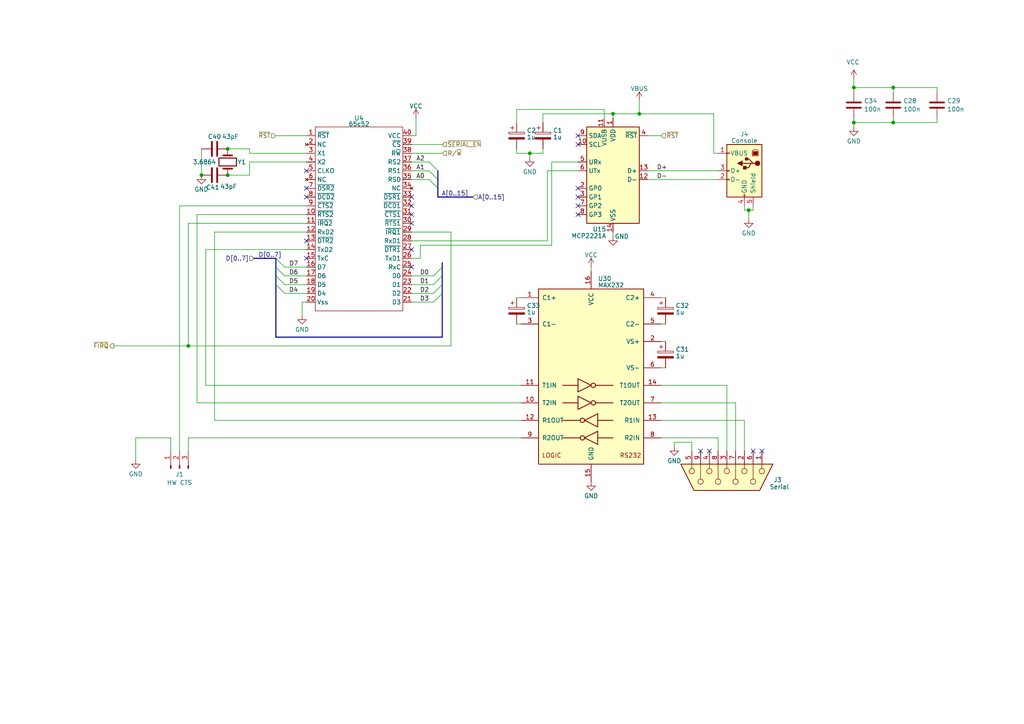
<source format=kicad_sch>
(kicad_sch
	(version 20231120)
	(generator "eeschema")
	(generator_version "8.0")
	(uuid "5df55aa7-ad2c-49ab-a58d-d75c4422f045")
	(paper "A4")
	(lib_symbols
		(symbol "Connector:Conn_01x03_Pin"
			(pin_names
				(offset 1.016) hide)
			(exclude_from_sim no)
			(in_bom yes)
			(on_board yes)
			(property "Reference" "J"
				(at 0 5.08 0)
				(effects
					(font
						(size 1.27 1.27)
					)
				)
			)
			(property "Value" "Conn_01x03_Pin"
				(at 0 -5.08 0)
				(effects
					(font
						(size 1.27 1.27)
					)
				)
			)
			(property "Footprint" ""
				(at 0 0 0)
				(effects
					(font
						(size 1.27 1.27)
					)
					(hide yes)
				)
			)
			(property "Datasheet" "~"
				(at 0 0 0)
				(effects
					(font
						(size 1.27 1.27)
					)
					(hide yes)
				)
			)
			(property "Description" "Generic connector, single row, 01x03, script generated"
				(at 0 0 0)
				(effects
					(font
						(size 1.27 1.27)
					)
					(hide yes)
				)
			)
			(property "ki_locked" ""
				(at 0 0 0)
				(effects
					(font
						(size 1.27 1.27)
					)
				)
			)
			(property "ki_keywords" "connector"
				(at 0 0 0)
				(effects
					(font
						(size 1.27 1.27)
					)
					(hide yes)
				)
			)
			(property "ki_fp_filters" "Connector*:*_1x??_*"
				(at 0 0 0)
				(effects
					(font
						(size 1.27 1.27)
					)
					(hide yes)
				)
			)
			(symbol "Conn_01x03_Pin_1_1"
				(polyline
					(pts
						(xy 1.27 -2.54) (xy 0.8636 -2.54)
					)
					(stroke
						(width 0.1524)
						(type default)
					)
					(fill
						(type none)
					)
				)
				(polyline
					(pts
						(xy 1.27 0) (xy 0.8636 0)
					)
					(stroke
						(width 0.1524)
						(type default)
					)
					(fill
						(type none)
					)
				)
				(polyline
					(pts
						(xy 1.27 2.54) (xy 0.8636 2.54)
					)
					(stroke
						(width 0.1524)
						(type default)
					)
					(fill
						(type none)
					)
				)
				(rectangle
					(start 0.8636 -2.413)
					(end 0 -2.667)
					(stroke
						(width 0.1524)
						(type default)
					)
					(fill
						(type outline)
					)
				)
				(rectangle
					(start 0.8636 0.127)
					(end 0 -0.127)
					(stroke
						(width 0.1524)
						(type default)
					)
					(fill
						(type outline)
					)
				)
				(rectangle
					(start 0.8636 2.667)
					(end 0 2.413)
					(stroke
						(width 0.1524)
						(type default)
					)
					(fill
						(type outline)
					)
				)
				(pin passive line
					(at 5.08 2.54 180)
					(length 3.81)
					(name "Pin_1"
						(effects
							(font
								(size 1.27 1.27)
							)
						)
					)
					(number "1"
						(effects
							(font
								(size 1.27 1.27)
							)
						)
					)
				)
				(pin passive line
					(at 5.08 0 180)
					(length 3.81)
					(name "Pin_2"
						(effects
							(font
								(size 1.27 1.27)
							)
						)
					)
					(number "2"
						(effects
							(font
								(size 1.27 1.27)
							)
						)
					)
				)
				(pin passive line
					(at 5.08 -2.54 180)
					(length 3.81)
					(name "Pin_3"
						(effects
							(font
								(size 1.27 1.27)
							)
						)
					)
					(number "3"
						(effects
							(font
								(size 1.27 1.27)
							)
						)
					)
				)
			)
		)
		(symbol "Connector:DE9_Receptacle"
			(pin_names
				(offset 1.016) hide)
			(exclude_from_sim no)
			(in_bom yes)
			(on_board yes)
			(property "Reference" "J"
				(at 0 13.97 0)
				(effects
					(font
						(size 1.27 1.27)
					)
				)
			)
			(property "Value" "DE9_Receptacle"
				(at 0 -14.605 0)
				(effects
					(font
						(size 1.27 1.27)
					)
				)
			)
			(property "Footprint" ""
				(at 0 0 0)
				(effects
					(font
						(size 1.27 1.27)
					)
					(hide yes)
				)
			)
			(property "Datasheet" " ~"
				(at 0 0 0)
				(effects
					(font
						(size 1.27 1.27)
					)
					(hide yes)
				)
			)
			(property "Description" "9-pin female receptacle socket D-SUB connector"
				(at 0 0 0)
				(effects
					(font
						(size 1.27 1.27)
					)
					(hide yes)
				)
			)
			(property "ki_keywords" "connector receptacle female D-SUB DB9"
				(at 0 0 0)
				(effects
					(font
						(size 1.27 1.27)
					)
					(hide yes)
				)
			)
			(property "ki_fp_filters" "DSUB*Female*"
				(at 0 0 0)
				(effects
					(font
						(size 1.27 1.27)
					)
					(hide yes)
				)
			)
			(symbol "DE9_Receptacle_0_1"
				(circle
					(center -1.778 -10.16)
					(radius 0.762)
					(stroke
						(width 0)
						(type default)
					)
					(fill
						(type none)
					)
				)
				(circle
					(center -1.778 -5.08)
					(radius 0.762)
					(stroke
						(width 0)
						(type default)
					)
					(fill
						(type none)
					)
				)
				(circle
					(center -1.778 0)
					(radius 0.762)
					(stroke
						(width 0)
						(type default)
					)
					(fill
						(type none)
					)
				)
				(circle
					(center -1.778 5.08)
					(radius 0.762)
					(stroke
						(width 0)
						(type default)
					)
					(fill
						(type none)
					)
				)
				(circle
					(center -1.778 10.16)
					(radius 0.762)
					(stroke
						(width 0)
						(type default)
					)
					(fill
						(type none)
					)
				)
				(polyline
					(pts
						(xy -3.81 -10.16) (xy -2.54 -10.16)
					)
					(stroke
						(width 0)
						(type default)
					)
					(fill
						(type none)
					)
				)
				(polyline
					(pts
						(xy -3.81 -7.62) (xy 0.508 -7.62)
					)
					(stroke
						(width 0)
						(type default)
					)
					(fill
						(type none)
					)
				)
				(polyline
					(pts
						(xy -3.81 -5.08) (xy -2.54 -5.08)
					)
					(stroke
						(width 0)
						(type default)
					)
					(fill
						(type none)
					)
				)
				(polyline
					(pts
						(xy -3.81 -2.54) (xy 0.508 -2.54)
					)
					(stroke
						(width 0)
						(type default)
					)
					(fill
						(type none)
					)
				)
				(polyline
					(pts
						(xy -3.81 0) (xy -2.54 0)
					)
					(stroke
						(width 0)
						(type default)
					)
					(fill
						(type none)
					)
				)
				(polyline
					(pts
						(xy -3.81 2.54) (xy 0.508 2.54)
					)
					(stroke
						(width 0)
						(type default)
					)
					(fill
						(type none)
					)
				)
				(polyline
					(pts
						(xy -3.81 5.08) (xy -2.54 5.08)
					)
					(stroke
						(width 0)
						(type default)
					)
					(fill
						(type none)
					)
				)
				(polyline
					(pts
						(xy -3.81 7.62) (xy 0.508 7.62)
					)
					(stroke
						(width 0)
						(type default)
					)
					(fill
						(type none)
					)
				)
				(polyline
					(pts
						(xy -3.81 10.16) (xy -2.54 10.16)
					)
					(stroke
						(width 0)
						(type default)
					)
					(fill
						(type none)
					)
				)
				(polyline
					(pts
						(xy -3.81 13.335) (xy -3.81 -13.335) (xy 3.81 -9.525) (xy 3.81 9.525) (xy -3.81 13.335)
					)
					(stroke
						(width 0.254)
						(type default)
					)
					(fill
						(type background)
					)
				)
				(circle
					(center 1.27 -7.62)
					(radius 0.762)
					(stroke
						(width 0)
						(type default)
					)
					(fill
						(type none)
					)
				)
				(circle
					(center 1.27 -2.54)
					(radius 0.762)
					(stroke
						(width 0)
						(type default)
					)
					(fill
						(type none)
					)
				)
				(circle
					(center 1.27 2.54)
					(radius 0.762)
					(stroke
						(width 0)
						(type default)
					)
					(fill
						(type none)
					)
				)
				(circle
					(center 1.27 7.62)
					(radius 0.762)
					(stroke
						(width 0)
						(type default)
					)
					(fill
						(type none)
					)
				)
			)
			(symbol "DE9_Receptacle_1_1"
				(pin passive line
					(at -7.62 10.16 0)
					(length 3.81)
					(name "1"
						(effects
							(font
								(size 1.27 1.27)
							)
						)
					)
					(number "1"
						(effects
							(font
								(size 1.27 1.27)
							)
						)
					)
				)
				(pin passive line
					(at -7.62 5.08 0)
					(length 3.81)
					(name "2"
						(effects
							(font
								(size 1.27 1.27)
							)
						)
					)
					(number "2"
						(effects
							(font
								(size 1.27 1.27)
							)
						)
					)
				)
				(pin passive line
					(at -7.62 0 0)
					(length 3.81)
					(name "3"
						(effects
							(font
								(size 1.27 1.27)
							)
						)
					)
					(number "3"
						(effects
							(font
								(size 1.27 1.27)
							)
						)
					)
				)
				(pin passive line
					(at -7.62 -5.08 0)
					(length 3.81)
					(name "4"
						(effects
							(font
								(size 1.27 1.27)
							)
						)
					)
					(number "4"
						(effects
							(font
								(size 1.27 1.27)
							)
						)
					)
				)
				(pin passive line
					(at -7.62 -10.16 0)
					(length 3.81)
					(name "5"
						(effects
							(font
								(size 1.27 1.27)
							)
						)
					)
					(number "5"
						(effects
							(font
								(size 1.27 1.27)
							)
						)
					)
				)
				(pin passive line
					(at -7.62 7.62 0)
					(length 3.81)
					(name "6"
						(effects
							(font
								(size 1.27 1.27)
							)
						)
					)
					(number "6"
						(effects
							(font
								(size 1.27 1.27)
							)
						)
					)
				)
				(pin passive line
					(at -7.62 2.54 0)
					(length 3.81)
					(name "7"
						(effects
							(font
								(size 1.27 1.27)
							)
						)
					)
					(number "7"
						(effects
							(font
								(size 1.27 1.27)
							)
						)
					)
				)
				(pin passive line
					(at -7.62 -2.54 0)
					(length 3.81)
					(name "8"
						(effects
							(font
								(size 1.27 1.27)
							)
						)
					)
					(number "8"
						(effects
							(font
								(size 1.27 1.27)
							)
						)
					)
				)
				(pin passive line
					(at -7.62 -7.62 0)
					(length 3.81)
					(name "9"
						(effects
							(font
								(size 1.27 1.27)
							)
						)
					)
					(number "9"
						(effects
							(font
								(size 1.27 1.27)
							)
						)
					)
				)
			)
		)
		(symbol "Connector:USB_B"
			(pin_names
				(offset 1.016)
			)
			(exclude_from_sim no)
			(in_bom yes)
			(on_board yes)
			(property "Reference" "J"
				(at -5.08 11.43 0)
				(effects
					(font
						(size 1.27 1.27)
					)
					(justify left)
				)
			)
			(property "Value" "USB_B"
				(at -5.08 8.89 0)
				(effects
					(font
						(size 1.27 1.27)
					)
					(justify left)
				)
			)
			(property "Footprint" ""
				(at 3.81 -1.27 0)
				(effects
					(font
						(size 1.27 1.27)
					)
					(hide yes)
				)
			)
			(property "Datasheet" " ~"
				(at 3.81 -1.27 0)
				(effects
					(font
						(size 1.27 1.27)
					)
					(hide yes)
				)
			)
			(property "Description" "USB Type B connector"
				(at 0 0 0)
				(effects
					(font
						(size 1.27 1.27)
					)
					(hide yes)
				)
			)
			(property "ki_keywords" "connector USB"
				(at 0 0 0)
				(effects
					(font
						(size 1.27 1.27)
					)
					(hide yes)
				)
			)
			(property "ki_fp_filters" "USB*"
				(at 0 0 0)
				(effects
					(font
						(size 1.27 1.27)
					)
					(hide yes)
				)
			)
			(symbol "USB_B_0_1"
				(rectangle
					(start -5.08 -7.62)
					(end 5.08 7.62)
					(stroke
						(width 0.254)
						(type default)
					)
					(fill
						(type background)
					)
				)
				(circle
					(center -3.81 2.159)
					(radius 0.635)
					(stroke
						(width 0.254)
						(type default)
					)
					(fill
						(type outline)
					)
				)
				(rectangle
					(start -3.81 5.588)
					(end -2.54 4.572)
					(stroke
						(width 0)
						(type default)
					)
					(fill
						(type outline)
					)
				)
				(circle
					(center -0.635 3.429)
					(radius 0.381)
					(stroke
						(width 0.254)
						(type default)
					)
					(fill
						(type outline)
					)
				)
				(rectangle
					(start -0.127 -7.62)
					(end 0.127 -6.858)
					(stroke
						(width 0)
						(type default)
					)
					(fill
						(type none)
					)
				)
				(polyline
					(pts
						(xy -1.905 2.159) (xy 0.635 2.159)
					)
					(stroke
						(width 0.254)
						(type default)
					)
					(fill
						(type none)
					)
				)
				(polyline
					(pts
						(xy -3.175 2.159) (xy -2.54 2.159) (xy -1.27 3.429) (xy -0.635 3.429)
					)
					(stroke
						(width 0.254)
						(type default)
					)
					(fill
						(type none)
					)
				)
				(polyline
					(pts
						(xy -2.54 2.159) (xy -1.905 2.159) (xy -1.27 0.889) (xy 0 0.889)
					)
					(stroke
						(width 0.254)
						(type default)
					)
					(fill
						(type none)
					)
				)
				(polyline
					(pts
						(xy 0.635 2.794) (xy 0.635 1.524) (xy 1.905 2.159) (xy 0.635 2.794)
					)
					(stroke
						(width 0.254)
						(type default)
					)
					(fill
						(type outline)
					)
				)
				(polyline
					(pts
						(xy -4.064 4.318) (xy -2.286 4.318) (xy -2.286 5.715) (xy -2.667 6.096) (xy -3.683 6.096) (xy -4.064 5.715)
						(xy -4.064 4.318)
					)
					(stroke
						(width 0)
						(type default)
					)
					(fill
						(type none)
					)
				)
				(rectangle
					(start 0.254 1.27)
					(end -0.508 0.508)
					(stroke
						(width 0.254)
						(type default)
					)
					(fill
						(type outline)
					)
				)
				(rectangle
					(start 5.08 -2.667)
					(end 4.318 -2.413)
					(stroke
						(width 0)
						(type default)
					)
					(fill
						(type none)
					)
				)
				(rectangle
					(start 5.08 -0.127)
					(end 4.318 0.127)
					(stroke
						(width 0)
						(type default)
					)
					(fill
						(type none)
					)
				)
				(rectangle
					(start 5.08 4.953)
					(end 4.318 5.207)
					(stroke
						(width 0)
						(type default)
					)
					(fill
						(type none)
					)
				)
			)
			(symbol "USB_B_1_1"
				(pin power_out line
					(at 7.62 5.08 180)
					(length 2.54)
					(name "VBUS"
						(effects
							(font
								(size 1.27 1.27)
							)
						)
					)
					(number "1"
						(effects
							(font
								(size 1.27 1.27)
							)
						)
					)
				)
				(pin bidirectional line
					(at 7.62 -2.54 180)
					(length 2.54)
					(name "D-"
						(effects
							(font
								(size 1.27 1.27)
							)
						)
					)
					(number "2"
						(effects
							(font
								(size 1.27 1.27)
							)
						)
					)
				)
				(pin bidirectional line
					(at 7.62 0 180)
					(length 2.54)
					(name "D+"
						(effects
							(font
								(size 1.27 1.27)
							)
						)
					)
					(number "3"
						(effects
							(font
								(size 1.27 1.27)
							)
						)
					)
				)
				(pin power_out line
					(at 0 -10.16 90)
					(length 2.54)
					(name "GND"
						(effects
							(font
								(size 1.27 1.27)
							)
						)
					)
					(number "4"
						(effects
							(font
								(size 1.27 1.27)
							)
						)
					)
				)
				(pin passive line
					(at -2.54 -10.16 90)
					(length 2.54)
					(name "Shield"
						(effects
							(font
								(size 1.27 1.27)
							)
						)
					)
					(number "5"
						(effects
							(font
								(size 1.27 1.27)
							)
						)
					)
				)
			)
		)
		(symbol "Device:C"
			(pin_numbers hide)
			(pin_names
				(offset 0.254)
			)
			(exclude_from_sim no)
			(in_bom yes)
			(on_board yes)
			(property "Reference" "C"
				(at 0.635 2.54 0)
				(effects
					(font
						(size 1.27 1.27)
					)
					(justify left)
				)
			)
			(property "Value" "C"
				(at 0.635 -2.54 0)
				(effects
					(font
						(size 1.27 1.27)
					)
					(justify left)
				)
			)
			(property "Footprint" ""
				(at 0.9652 -3.81 0)
				(effects
					(font
						(size 1.27 1.27)
					)
					(hide yes)
				)
			)
			(property "Datasheet" "~"
				(at 0 0 0)
				(effects
					(font
						(size 1.27 1.27)
					)
					(hide yes)
				)
			)
			(property "Description" "Unpolarized capacitor"
				(at 0 0 0)
				(effects
					(font
						(size 1.27 1.27)
					)
					(hide yes)
				)
			)
			(property "ki_keywords" "cap capacitor"
				(at 0 0 0)
				(effects
					(font
						(size 1.27 1.27)
					)
					(hide yes)
				)
			)
			(property "ki_fp_filters" "C_*"
				(at 0 0 0)
				(effects
					(font
						(size 1.27 1.27)
					)
					(hide yes)
				)
			)
			(symbol "C_0_1"
				(polyline
					(pts
						(xy -2.032 -0.762) (xy 2.032 -0.762)
					)
					(stroke
						(width 0.508)
						(type default)
					)
					(fill
						(type none)
					)
				)
				(polyline
					(pts
						(xy -2.032 0.762) (xy 2.032 0.762)
					)
					(stroke
						(width 0.508)
						(type default)
					)
					(fill
						(type none)
					)
				)
			)
			(symbol "C_1_1"
				(pin passive line
					(at 0 3.81 270)
					(length 2.794)
					(name "~"
						(effects
							(font
								(size 1.27 1.27)
							)
						)
					)
					(number "1"
						(effects
							(font
								(size 1.27 1.27)
							)
						)
					)
				)
				(pin passive line
					(at 0 -3.81 90)
					(length 2.794)
					(name "~"
						(effects
							(font
								(size 1.27 1.27)
							)
						)
					)
					(number "2"
						(effects
							(font
								(size 1.27 1.27)
							)
						)
					)
				)
			)
		)
		(symbol "Device:C_Polarized"
			(pin_numbers hide)
			(pin_names
				(offset 0.254)
			)
			(exclude_from_sim no)
			(in_bom yes)
			(on_board yes)
			(property "Reference" "C"
				(at 0.635 2.54 0)
				(effects
					(font
						(size 1.27 1.27)
					)
					(justify left)
				)
			)
			(property "Value" "C_Polarized"
				(at 0.635 -2.54 0)
				(effects
					(font
						(size 1.27 1.27)
					)
					(justify left)
				)
			)
			(property "Footprint" ""
				(at 0.9652 -3.81 0)
				(effects
					(font
						(size 1.27 1.27)
					)
					(hide yes)
				)
			)
			(property "Datasheet" "~"
				(at 0 0 0)
				(effects
					(font
						(size 1.27 1.27)
					)
					(hide yes)
				)
			)
			(property "Description" "Polarized capacitor"
				(at 0 0 0)
				(effects
					(font
						(size 1.27 1.27)
					)
					(hide yes)
				)
			)
			(property "ki_keywords" "cap capacitor"
				(at 0 0 0)
				(effects
					(font
						(size 1.27 1.27)
					)
					(hide yes)
				)
			)
			(property "ki_fp_filters" "CP_*"
				(at 0 0 0)
				(effects
					(font
						(size 1.27 1.27)
					)
					(hide yes)
				)
			)
			(symbol "C_Polarized_0_1"
				(rectangle
					(start -2.286 0.508)
					(end 2.286 1.016)
					(stroke
						(width 0)
						(type default)
					)
					(fill
						(type none)
					)
				)
				(polyline
					(pts
						(xy -1.778 2.286) (xy -0.762 2.286)
					)
					(stroke
						(width 0)
						(type default)
					)
					(fill
						(type none)
					)
				)
				(polyline
					(pts
						(xy -1.27 2.794) (xy -1.27 1.778)
					)
					(stroke
						(width 0)
						(type default)
					)
					(fill
						(type none)
					)
				)
				(rectangle
					(start 2.286 -0.508)
					(end -2.286 -1.016)
					(stroke
						(width 0)
						(type default)
					)
					(fill
						(type outline)
					)
				)
			)
			(symbol "C_Polarized_1_1"
				(pin passive line
					(at 0 3.81 270)
					(length 2.794)
					(name "~"
						(effects
							(font
								(size 1.27 1.27)
							)
						)
					)
					(number "1"
						(effects
							(font
								(size 1.27 1.27)
							)
						)
					)
				)
				(pin passive line
					(at 0 -3.81 90)
					(length 2.794)
					(name "~"
						(effects
							(font
								(size 1.27 1.27)
							)
						)
					)
					(number "2"
						(effects
							(font
								(size 1.27 1.27)
							)
						)
					)
				)
			)
		)
		(symbol "Device:Crystal"
			(pin_numbers hide)
			(pin_names
				(offset 1.016) hide)
			(exclude_from_sim no)
			(in_bom yes)
			(on_board yes)
			(property "Reference" "Y"
				(at 0 3.81 0)
				(effects
					(font
						(size 1.27 1.27)
					)
				)
			)
			(property "Value" "Crystal"
				(at 0 -3.81 0)
				(effects
					(font
						(size 1.27 1.27)
					)
				)
			)
			(property "Footprint" ""
				(at 0 0 0)
				(effects
					(font
						(size 1.27 1.27)
					)
					(hide yes)
				)
			)
			(property "Datasheet" "~"
				(at 0 0 0)
				(effects
					(font
						(size 1.27 1.27)
					)
					(hide yes)
				)
			)
			(property "Description" "Two pin crystal"
				(at 0 0 0)
				(effects
					(font
						(size 1.27 1.27)
					)
					(hide yes)
				)
			)
			(property "ki_keywords" "quartz ceramic resonator oscillator"
				(at 0 0 0)
				(effects
					(font
						(size 1.27 1.27)
					)
					(hide yes)
				)
			)
			(property "ki_fp_filters" "Crystal*"
				(at 0 0 0)
				(effects
					(font
						(size 1.27 1.27)
					)
					(hide yes)
				)
			)
			(symbol "Crystal_0_1"
				(rectangle
					(start -1.143 2.54)
					(end 1.143 -2.54)
					(stroke
						(width 0.3048)
						(type default)
					)
					(fill
						(type none)
					)
				)
				(polyline
					(pts
						(xy -2.54 0) (xy -1.905 0)
					)
					(stroke
						(width 0)
						(type default)
					)
					(fill
						(type none)
					)
				)
				(polyline
					(pts
						(xy -1.905 -1.27) (xy -1.905 1.27)
					)
					(stroke
						(width 0.508)
						(type default)
					)
					(fill
						(type none)
					)
				)
				(polyline
					(pts
						(xy 1.905 -1.27) (xy 1.905 1.27)
					)
					(stroke
						(width 0.508)
						(type default)
					)
					(fill
						(type none)
					)
				)
				(polyline
					(pts
						(xy 2.54 0) (xy 1.905 0)
					)
					(stroke
						(width 0)
						(type default)
					)
					(fill
						(type none)
					)
				)
			)
			(symbol "Crystal_1_1"
				(pin passive line
					(at -3.81 0 0)
					(length 1.27)
					(name "1"
						(effects
							(font
								(size 1.27 1.27)
							)
						)
					)
					(number "1"
						(effects
							(font
								(size 1.27 1.27)
							)
						)
					)
				)
				(pin passive line
					(at 3.81 0 180)
					(length 1.27)
					(name "2"
						(effects
							(font
								(size 1.27 1.27)
							)
						)
					)
					(number "2"
						(effects
							(font
								(size 1.27 1.27)
							)
						)
					)
				)
			)
		)
		(symbol "Interface_UART:MAX232"
			(pin_names
				(offset 1.016)
			)
			(exclude_from_sim no)
			(in_bom yes)
			(on_board yes)
			(property "Reference" "U"
				(at -2.54 28.575 0)
				(effects
					(font
						(size 1.27 1.27)
					)
					(justify right)
				)
			)
			(property "Value" "MAX232"
				(at -2.54 26.67 0)
				(effects
					(font
						(size 1.27 1.27)
					)
					(justify right)
				)
			)
			(property "Footprint" ""
				(at 1.27 -26.67 0)
				(effects
					(font
						(size 1.27 1.27)
					)
					(justify left)
					(hide yes)
				)
			)
			(property "Datasheet" "http://www.ti.com/lit/ds/symlink/max232.pdf"
				(at 0 2.54 0)
				(effects
					(font
						(size 1.27 1.27)
					)
					(hide yes)
				)
			)
			(property "Description" "Dual RS232 driver/receiver, 5V supply, 120kb/s, 0C-70C"
				(at 0 0 0)
				(effects
					(font
						(size 1.27 1.27)
					)
					(hide yes)
				)
			)
			(property "ki_keywords" "rs232 uart transceiver line-driver"
				(at 0 0 0)
				(effects
					(font
						(size 1.27 1.27)
					)
					(hide yes)
				)
			)
			(property "ki_fp_filters" "SOIC*P1.27mm* DIP*W7.62mm* TSSOP*4.4x5mm*P0.65mm*"
				(at 0 0 0)
				(effects
					(font
						(size 1.27 1.27)
					)
					(hide yes)
				)
			)
			(symbol "MAX232_0_0"
				(text "LOGIC"
					(at -11.43 -22.86 0)
					(effects
						(font
							(size 1.27 1.27)
						)
					)
				)
				(text "RS232"
					(at 11.43 -22.86 0)
					(effects
						(font
							(size 1.27 1.27)
						)
					)
				)
			)
			(symbol "MAX232_0_1"
				(rectangle
					(start -15.24 -25.4)
					(end 15.24 25.4)
					(stroke
						(width 0.254)
						(type default)
					)
					(fill
						(type background)
					)
				)
				(circle
					(center -2.54 -17.78)
					(radius 0.635)
					(stroke
						(width 0.254)
						(type default)
					)
					(fill
						(type none)
					)
				)
				(circle
					(center -2.54 -12.7)
					(radius 0.635)
					(stroke
						(width 0.254)
						(type default)
					)
					(fill
						(type none)
					)
				)
				(polyline
					(pts
						(xy -3.81 -7.62) (xy -8.255 -7.62)
					)
					(stroke
						(width 0.254)
						(type default)
					)
					(fill
						(type none)
					)
				)
				(polyline
					(pts
						(xy -3.81 -2.54) (xy -8.255 -2.54)
					)
					(stroke
						(width 0.254)
						(type default)
					)
					(fill
						(type none)
					)
				)
				(polyline
					(pts
						(xy -3.175 -17.78) (xy -8.255 -17.78)
					)
					(stroke
						(width 0.254)
						(type default)
					)
					(fill
						(type none)
					)
				)
				(polyline
					(pts
						(xy -3.175 -12.7) (xy -8.255 -12.7)
					)
					(stroke
						(width 0.254)
						(type default)
					)
					(fill
						(type none)
					)
				)
				(polyline
					(pts
						(xy 1.27 -7.62) (xy 6.35 -7.62)
					)
					(stroke
						(width 0.254)
						(type default)
					)
					(fill
						(type none)
					)
				)
				(polyline
					(pts
						(xy 1.27 -2.54) (xy 6.35 -2.54)
					)
					(stroke
						(width 0.254)
						(type default)
					)
					(fill
						(type none)
					)
				)
				(polyline
					(pts
						(xy 1.905 -17.78) (xy 6.35 -17.78)
					)
					(stroke
						(width 0.254)
						(type default)
					)
					(fill
						(type none)
					)
				)
				(polyline
					(pts
						(xy 1.905 -12.7) (xy 6.35 -12.7)
					)
					(stroke
						(width 0.254)
						(type default)
					)
					(fill
						(type none)
					)
				)
				(polyline
					(pts
						(xy -3.81 -5.715) (xy -3.81 -9.525) (xy 0 -7.62) (xy -3.81 -5.715)
					)
					(stroke
						(width 0.254)
						(type default)
					)
					(fill
						(type none)
					)
				)
				(polyline
					(pts
						(xy -3.81 -0.635) (xy -3.81 -4.445) (xy 0 -2.54) (xy -3.81 -0.635)
					)
					(stroke
						(width 0.254)
						(type default)
					)
					(fill
						(type none)
					)
				)
				(polyline
					(pts
						(xy 1.905 -15.875) (xy 1.905 -19.685) (xy -1.905 -17.78) (xy 1.905 -15.875)
					)
					(stroke
						(width 0.254)
						(type default)
					)
					(fill
						(type none)
					)
				)
				(polyline
					(pts
						(xy 1.905 -10.795) (xy 1.905 -14.605) (xy -1.905 -12.7) (xy 1.905 -10.795)
					)
					(stroke
						(width 0.254)
						(type default)
					)
					(fill
						(type none)
					)
				)
				(circle
					(center 0.635 -7.62)
					(radius 0.635)
					(stroke
						(width 0.254)
						(type default)
					)
					(fill
						(type none)
					)
				)
				(circle
					(center 0.635 -2.54)
					(radius 0.635)
					(stroke
						(width 0.254)
						(type default)
					)
					(fill
						(type none)
					)
				)
			)
			(symbol "MAX232_1_1"
				(pin passive line
					(at -20.32 22.86 0)
					(length 5.08)
					(name "C1+"
						(effects
							(font
								(size 1.27 1.27)
							)
						)
					)
					(number "1"
						(effects
							(font
								(size 1.27 1.27)
							)
						)
					)
				)
				(pin input line
					(at -20.32 -7.62 0)
					(length 5.08)
					(name "T2IN"
						(effects
							(font
								(size 1.27 1.27)
							)
						)
					)
					(number "10"
						(effects
							(font
								(size 1.27 1.27)
							)
						)
					)
				)
				(pin input line
					(at -20.32 -2.54 0)
					(length 5.08)
					(name "T1IN"
						(effects
							(font
								(size 1.27 1.27)
							)
						)
					)
					(number "11"
						(effects
							(font
								(size 1.27 1.27)
							)
						)
					)
				)
				(pin output line
					(at -20.32 -12.7 0)
					(length 5.08)
					(name "R1OUT"
						(effects
							(font
								(size 1.27 1.27)
							)
						)
					)
					(number "12"
						(effects
							(font
								(size 1.27 1.27)
							)
						)
					)
				)
				(pin input line
					(at 20.32 -12.7 180)
					(length 5.08)
					(name "R1IN"
						(effects
							(font
								(size 1.27 1.27)
							)
						)
					)
					(number "13"
						(effects
							(font
								(size 1.27 1.27)
							)
						)
					)
				)
				(pin output line
					(at 20.32 -2.54 180)
					(length 5.08)
					(name "T1OUT"
						(effects
							(font
								(size 1.27 1.27)
							)
						)
					)
					(number "14"
						(effects
							(font
								(size 1.27 1.27)
							)
						)
					)
				)
				(pin power_in line
					(at 0 -30.48 90)
					(length 5.08)
					(name "GND"
						(effects
							(font
								(size 1.27 1.27)
							)
						)
					)
					(number "15"
						(effects
							(font
								(size 1.27 1.27)
							)
						)
					)
				)
				(pin power_in line
					(at 0 30.48 270)
					(length 5.08)
					(name "VCC"
						(effects
							(font
								(size 1.27 1.27)
							)
						)
					)
					(number "16"
						(effects
							(font
								(size 1.27 1.27)
							)
						)
					)
				)
				(pin power_out line
					(at 20.32 10.16 180)
					(length 5.08)
					(name "VS+"
						(effects
							(font
								(size 1.27 1.27)
							)
						)
					)
					(number "2"
						(effects
							(font
								(size 1.27 1.27)
							)
						)
					)
				)
				(pin passive line
					(at -20.32 15.24 0)
					(length 5.08)
					(name "C1-"
						(effects
							(font
								(size 1.27 1.27)
							)
						)
					)
					(number "3"
						(effects
							(font
								(size 1.27 1.27)
							)
						)
					)
				)
				(pin passive line
					(at 20.32 22.86 180)
					(length 5.08)
					(name "C2+"
						(effects
							(font
								(size 1.27 1.27)
							)
						)
					)
					(number "4"
						(effects
							(font
								(size 1.27 1.27)
							)
						)
					)
				)
				(pin passive line
					(at 20.32 15.24 180)
					(length 5.08)
					(name "C2-"
						(effects
							(font
								(size 1.27 1.27)
							)
						)
					)
					(number "5"
						(effects
							(font
								(size 1.27 1.27)
							)
						)
					)
				)
				(pin power_out line
					(at 20.32 2.54 180)
					(length 5.08)
					(name "VS-"
						(effects
							(font
								(size 1.27 1.27)
							)
						)
					)
					(number "6"
						(effects
							(font
								(size 1.27 1.27)
							)
						)
					)
				)
				(pin output line
					(at 20.32 -7.62 180)
					(length 5.08)
					(name "T2OUT"
						(effects
							(font
								(size 1.27 1.27)
							)
						)
					)
					(number "7"
						(effects
							(font
								(size 1.27 1.27)
							)
						)
					)
				)
				(pin input line
					(at 20.32 -17.78 180)
					(length 5.08)
					(name "R2IN"
						(effects
							(font
								(size 1.27 1.27)
							)
						)
					)
					(number "8"
						(effects
							(font
								(size 1.27 1.27)
							)
						)
					)
				)
				(pin output line
					(at -20.32 -17.78 0)
					(length 5.08)
					(name "R2OUT"
						(effects
							(font
								(size 1.27 1.27)
							)
						)
					)
					(number "9"
						(effects
							(font
								(size 1.27 1.27)
							)
						)
					)
				)
			)
		)
		(symbol "Interface_USB:MCP2221AxP"
			(exclude_from_sim no)
			(in_bom yes)
			(on_board yes)
			(property "Reference" "U"
				(at -7.62 16.51 0)
				(effects
					(font
						(size 1.27 1.27)
					)
				)
			)
			(property "Value" "MCP2221AxP"
				(at 12.7 16.51 0)
				(effects
					(font
						(size 1.27 1.27)
					)
				)
			)
			(property "Footprint" "Package_DIP:DIP-14_W7.62mm"
				(at 0 25.4 0)
				(effects
					(font
						(size 1.27 1.27)
					)
					(hide yes)
				)
			)
			(property "Datasheet" "http://ww1.microchip.com/downloads/en/DeviceDoc/20005565B.pdf"
				(at 0 17.78 0)
				(effects
					(font
						(size 1.27 1.27)
					)
					(hide yes)
				)
			)
			(property "Description" "USB to I2C/UART Protocol Converter with GPIO, DIP-14"
				(at 0 0 0)
				(effects
					(font
						(size 1.27 1.27)
					)
					(hide yes)
				)
			)
			(property "ki_keywords" "USB I2C UART Converter Bridge"
				(at 0 0 0)
				(effects
					(font
						(size 1.27 1.27)
					)
					(hide yes)
				)
			)
			(property "ki_fp_filters" "DIP*W7.62mm*"
				(at 0 0 0)
				(effects
					(font
						(size 1.27 1.27)
					)
					(hide yes)
				)
			)
			(symbol "MCP2221AxP_0_1"
				(rectangle
					(start -7.62 15.24)
					(end 7.62 -12.7)
					(stroke
						(width 0.254)
						(type default)
					)
					(fill
						(type background)
					)
				)
			)
			(symbol "MCP2221AxP_1_1"
				(pin power_in line
					(at 0 17.78 270)
					(length 2.54)
					(name "VDD"
						(effects
							(font
								(size 1.27 1.27)
							)
						)
					)
					(number "1"
						(effects
							(font
								(size 1.27 1.27)
							)
						)
					)
				)
				(pin bidirectional line
					(at 10.16 10.16 180)
					(length 2.54)
					(name "SCL"
						(effects
							(font
								(size 1.27 1.27)
							)
						)
					)
					(number "10"
						(effects
							(font
								(size 1.27 1.27)
							)
						)
					)
				)
				(pin passive line
					(at 2.54 17.78 270)
					(length 2.54)
					(name "VUSB"
						(effects
							(font
								(size 1.27 1.27)
							)
						)
					)
					(number "11"
						(effects
							(font
								(size 1.27 1.27)
							)
						)
					)
				)
				(pin bidirectional line
					(at -10.16 0 0)
					(length 2.54)
					(name "D-"
						(effects
							(font
								(size 1.27 1.27)
							)
						)
					)
					(number "12"
						(effects
							(font
								(size 1.27 1.27)
							)
						)
					)
				)
				(pin bidirectional line
					(at -10.16 2.54 0)
					(length 2.54)
					(name "D+"
						(effects
							(font
								(size 1.27 1.27)
							)
						)
					)
					(number "13"
						(effects
							(font
								(size 1.27 1.27)
							)
						)
					)
				)
				(pin power_in line
					(at 0 -15.24 90)
					(length 2.54)
					(name "VSS"
						(effects
							(font
								(size 1.27 1.27)
							)
						)
					)
					(number "14"
						(effects
							(font
								(size 1.27 1.27)
							)
						)
					)
				)
				(pin bidirectional line
					(at 10.16 -2.54 180)
					(length 2.54)
					(name "GP0"
						(effects
							(font
								(size 1.27 1.27)
							)
						)
					)
					(number "2"
						(effects
							(font
								(size 1.27 1.27)
							)
						)
					)
				)
				(pin bidirectional line
					(at 10.16 -5.08 180)
					(length 2.54)
					(name "GP1"
						(effects
							(font
								(size 1.27 1.27)
							)
						)
					)
					(number "3"
						(effects
							(font
								(size 1.27 1.27)
							)
						)
					)
				)
				(pin input line
					(at -10.16 12.7 0)
					(length 2.54)
					(name "~{RST}"
						(effects
							(font
								(size 1.27 1.27)
							)
						)
					)
					(number "4"
						(effects
							(font
								(size 1.27 1.27)
							)
						)
					)
				)
				(pin input line
					(at 10.16 5.08 180)
					(length 2.54)
					(name "URx"
						(effects
							(font
								(size 1.27 1.27)
							)
						)
					)
					(number "5"
						(effects
							(font
								(size 1.27 1.27)
							)
						)
					)
				)
				(pin output line
					(at 10.16 2.54 180)
					(length 2.54)
					(name "UTx"
						(effects
							(font
								(size 1.27 1.27)
							)
						)
					)
					(number "6"
						(effects
							(font
								(size 1.27 1.27)
							)
						)
					)
				)
				(pin bidirectional line
					(at 10.16 -7.62 180)
					(length 2.54)
					(name "GP2"
						(effects
							(font
								(size 1.27 1.27)
							)
						)
					)
					(number "7"
						(effects
							(font
								(size 1.27 1.27)
							)
						)
					)
				)
				(pin bidirectional line
					(at 10.16 -10.16 180)
					(length 2.54)
					(name "GP3"
						(effects
							(font
								(size 1.27 1.27)
							)
						)
					)
					(number "8"
						(effects
							(font
								(size 1.27 1.27)
							)
						)
					)
				)
				(pin bidirectional line
					(at 10.16 12.7 180)
					(length 2.54)
					(name "SDA"
						(effects
							(font
								(size 1.27 1.27)
							)
						)
					)
					(number "9"
						(effects
							(font
								(size 1.27 1.27)
							)
						)
					)
				)
			)
		)
		(symbol "motherboard:65c52"
			(exclude_from_sim no)
			(in_bom yes)
			(on_board yes)
			(property "Reference" "U"
				(at -0.254 -14.478 0)
				(effects
					(font
						(size 1.27 1.27)
					)
				)
			)
			(property "Value" ""
				(at 0 0 0)
				(effects
					(font
						(size 1.27 1.27)
					)
				)
			)
			(property "Footprint" ""
				(at 0 0 0)
				(effects
					(font
						(size 1.27 1.27)
					)
					(hide yes)
				)
			)
			(property "Datasheet" ""
				(at 0 0 0)
				(effects
					(font
						(size 1.27 1.27)
					)
					(hide yes)
				)
			)
			(property "Description" ""
				(at 0 0 0)
				(effects
					(font
						(size 1.27 1.27)
					)
					(hide yes)
				)
			)
			(symbol "65c52_0_1"
				(rectangle
					(start -12.7 44.45)
					(end 12.7 -8.89)
					(stroke
						(width 0)
						(type default)
					)
					(fill
						(type none)
					)
				)
			)
			(symbol "65c52_1_1"
				(pin input line
					(at -15.24 41.91 0)
					(length 2.54)
					(name "~{RST}"
						(effects
							(font
								(size 1.27 1.27)
							)
						)
					)
					(number "1"
						(effects
							(font
								(size 1.27 1.27)
							)
						)
					)
				)
				(pin output line
					(at -15.24 19.05 0)
					(length 2.54)
					(name "~{RTS2}"
						(effects
							(font
								(size 1.27 1.27)
							)
						)
					)
					(number "10"
						(effects
							(font
								(size 1.27 1.27)
							)
						)
					)
				)
				(pin output line
					(at -15.24 16.51 0)
					(length 2.54)
					(name "~{IRQ2}"
						(effects
							(font
								(size 1.27 1.27)
							)
						)
					)
					(number "11"
						(effects
							(font
								(size 1.27 1.27)
							)
						)
					)
				)
				(pin input line
					(at -15.24 13.97 0)
					(length 2.54)
					(name "RxD2"
						(effects
							(font
								(size 1.27 1.27)
							)
						)
					)
					(number "12"
						(effects
							(font
								(size 1.27 1.27)
							)
						)
					)
				)
				(pin output line
					(at -15.24 11.43 0)
					(length 2.54)
					(name "~{DTR2}"
						(effects
							(font
								(size 1.27 1.27)
							)
						)
					)
					(number "13"
						(effects
							(font
								(size 1.27 1.27)
							)
						)
					)
				)
				(pin output line
					(at -15.24 8.89 0)
					(length 2.54)
					(name "TxD2"
						(effects
							(font
								(size 1.27 1.27)
							)
						)
					)
					(number "14"
						(effects
							(font
								(size 1.27 1.27)
							)
						)
					)
				)
				(pin input line
					(at -15.24 6.35 0)
					(length 2.54)
					(name "TxC"
						(effects
							(font
								(size 1.27 1.27)
							)
						)
					)
					(number "15"
						(effects
							(font
								(size 1.27 1.27)
							)
						)
					)
				)
				(pin bidirectional line
					(at -15.24 3.81 0)
					(length 2.54)
					(name "D7"
						(effects
							(font
								(size 1.27 1.27)
							)
						)
					)
					(number "16"
						(effects
							(font
								(size 1.27 1.27)
							)
						)
					)
				)
				(pin bidirectional line
					(at -15.24 1.27 0)
					(length 2.54)
					(name "D6"
						(effects
							(font
								(size 1.27 1.27)
							)
						)
					)
					(number "17"
						(effects
							(font
								(size 1.27 1.27)
							)
						)
					)
				)
				(pin bidirectional line
					(at -15.24 -1.27 0)
					(length 2.54)
					(name "D5"
						(effects
							(font
								(size 1.27 1.27)
							)
						)
					)
					(number "18"
						(effects
							(font
								(size 1.27 1.27)
							)
						)
					)
				)
				(pin bidirectional line
					(at -15.24 -3.81 0)
					(length 2.54)
					(name "D4"
						(effects
							(font
								(size 1.27 1.27)
							)
						)
					)
					(number "19"
						(effects
							(font
								(size 1.27 1.27)
							)
						)
					)
				)
				(pin no_connect line
					(at -15.24 39.37 0)
					(length 2.54)
					(name "NC"
						(effects
							(font
								(size 1.27 1.27)
							)
						)
					)
					(number "2"
						(effects
							(font
								(size 1.27 1.27)
							)
						)
					)
				)
				(pin power_in line
					(at -15.24 -6.35 0)
					(length 2.54)
					(name "Vss"
						(effects
							(font
								(size 1.27 1.27)
							)
						)
					)
					(number "20"
						(effects
							(font
								(size 1.27 1.27)
							)
						)
					)
				)
				(pin bidirectional line
					(at 15.24 -6.35 180)
					(length 2.54)
					(name "D3"
						(effects
							(font
								(size 1.27 1.27)
							)
						)
					)
					(number "21"
						(effects
							(font
								(size 1.27 1.27)
							)
						)
					)
				)
				(pin bidirectional line
					(at 15.24 -3.81 180)
					(length 2.54)
					(name "D2"
						(effects
							(font
								(size 1.27 1.27)
							)
						)
					)
					(number "22"
						(effects
							(font
								(size 1.27 1.27)
							)
						)
					)
				)
				(pin bidirectional line
					(at 15.24 -1.27 180)
					(length 2.54)
					(name "D1"
						(effects
							(font
								(size 1.27 1.27)
							)
						)
					)
					(number "23"
						(effects
							(font
								(size 1.27 1.27)
							)
						)
					)
				)
				(pin bidirectional line
					(at 15.24 1.27 180)
					(length 2.54)
					(name "D0"
						(effects
							(font
								(size 1.27 1.27)
							)
						)
					)
					(number "24"
						(effects
							(font
								(size 1.27 1.27)
							)
						)
					)
				)
				(pin input line
					(at 15.24 3.81 180)
					(length 2.54)
					(name "RxC"
						(effects
							(font
								(size 1.27 1.27)
							)
						)
					)
					(number "25"
						(effects
							(font
								(size 1.27 1.27)
							)
						)
					)
				)
				(pin output line
					(at 15.24 6.35 180)
					(length 2.54)
					(name "TxD1"
						(effects
							(font
								(size 1.27 1.27)
							)
						)
					)
					(number "26"
						(effects
							(font
								(size 1.27 1.27)
							)
						)
					)
				)
				(pin output line
					(at 15.24 8.89 180)
					(length 2.54)
					(name "~{DTR1}"
						(effects
							(font
								(size 1.27 1.27)
							)
						)
					)
					(number "27"
						(effects
							(font
								(size 1.27 1.27)
							)
						)
					)
				)
				(pin input line
					(at 15.24 11.43 180)
					(length 2.54)
					(name "RxD1"
						(effects
							(font
								(size 1.27 1.27)
							)
						)
					)
					(number "28"
						(effects
							(font
								(size 1.27 1.27)
							)
						)
					)
				)
				(pin output line
					(at 15.24 13.97 180)
					(length 2.54)
					(name "~{IRQ1}"
						(effects
							(font
								(size 1.27 1.27)
							)
						)
					)
					(number "29"
						(effects
							(font
								(size 1.27 1.27)
							)
						)
					)
				)
				(pin bidirectional line
					(at -15.24 36.83 0)
					(length 2.54)
					(name "X1"
						(effects
							(font
								(size 1.27 1.27)
							)
						)
					)
					(number "3"
						(effects
							(font
								(size 1.27 1.27)
							)
						)
					)
				)
				(pin output line
					(at 15.24 16.51 180)
					(length 2.54)
					(name "~{RTS1}"
						(effects
							(font
								(size 1.27 1.27)
							)
						)
					)
					(number "30"
						(effects
							(font
								(size 1.27 1.27)
							)
						)
					)
				)
				(pin input line
					(at 15.24 19.05 180)
					(length 2.54)
					(name "~{CTS1}"
						(effects
							(font
								(size 1.27 1.27)
							)
						)
					)
					(number "31"
						(effects
							(font
								(size 1.27 1.27)
							)
						)
					)
				)
				(pin input line
					(at 15.24 21.59 180)
					(length 2.54)
					(name "~{DCD1}"
						(effects
							(font
								(size 1.27 1.27)
							)
						)
					)
					(number "32"
						(effects
							(font
								(size 1.27 1.27)
							)
						)
					)
				)
				(pin input line
					(at 15.24 24.13 180)
					(length 2.54)
					(name "~{DSR1}"
						(effects
							(font
								(size 1.27 1.27)
							)
						)
					)
					(number "33"
						(effects
							(font
								(size 1.27 1.27)
							)
						)
					)
				)
				(pin no_connect line
					(at 15.24 26.67 180)
					(length 2.54)
					(name "NC"
						(effects
							(font
								(size 1.27 1.27)
							)
						)
					)
					(number "34"
						(effects
							(font
								(size 1.27 1.27)
							)
						)
					)
				)
				(pin input line
					(at 15.24 29.21 180)
					(length 2.54)
					(name "RS0"
						(effects
							(font
								(size 1.27 1.27)
							)
						)
					)
					(number "35"
						(effects
							(font
								(size 1.27 1.27)
							)
						)
					)
				)
				(pin input line
					(at 15.24 31.75 180)
					(length 2.54)
					(name "RS1"
						(effects
							(font
								(size 1.27 1.27)
							)
						)
					)
					(number "36"
						(effects
							(font
								(size 1.27 1.27)
							)
						)
					)
				)
				(pin input line
					(at 15.24 34.29 180)
					(length 2.54)
					(name "RS2"
						(effects
							(font
								(size 1.27 1.27)
							)
						)
					)
					(number "37"
						(effects
							(font
								(size 1.27 1.27)
							)
						)
					)
				)
				(pin input line
					(at 15.24 36.83 180)
					(length 2.54)
					(name "R~{W}"
						(effects
							(font
								(size 1.27 1.27)
							)
						)
					)
					(number "38"
						(effects
							(font
								(size 1.27 1.27)
							)
						)
					)
				)
				(pin input line
					(at 15.24 39.37 180)
					(length 2.54)
					(name "~{CS}"
						(effects
							(font
								(size 1.27 1.27)
							)
						)
					)
					(number "39"
						(effects
							(font
								(size 1.27 1.27)
							)
						)
					)
				)
				(pin bidirectional line
					(at -15.24 34.29 0)
					(length 2.54)
					(name "X2"
						(effects
							(font
								(size 1.27 1.27)
							)
						)
					)
					(number "4"
						(effects
							(font
								(size 1.27 1.27)
							)
						)
					)
				)
				(pin output line
					(at 15.24 41.91 180)
					(length 2.54)
					(name "VCC"
						(effects
							(font
								(size 1.27 1.27)
							)
						)
					)
					(number "40"
						(effects
							(font
								(size 1.27 1.27)
							)
						)
					)
				)
				(pin output line
					(at -15.24 31.75 0)
					(length 2.54)
					(name "CLKO"
						(effects
							(font
								(size 1.27 1.27)
							)
						)
					)
					(number "5"
						(effects
							(font
								(size 1.27 1.27)
							)
						)
					)
				)
				(pin no_connect line
					(at -15.24 29.21 0)
					(length 2.54)
					(name "NC"
						(effects
							(font
								(size 1.27 1.27)
							)
						)
					)
					(number "6"
						(effects
							(font
								(size 1.27 1.27)
							)
						)
					)
				)
				(pin input line
					(at -15.24 26.67 0)
					(length 2.54)
					(name "~{DSR2}"
						(effects
							(font
								(size 1.27 1.27)
							)
						)
					)
					(number "7"
						(effects
							(font
								(size 1.27 1.27)
							)
						)
					)
				)
				(pin input line
					(at -15.24 24.13 0)
					(length 2.54)
					(name "~{DCD2}"
						(effects
							(font
								(size 1.27 1.27)
							)
						)
					)
					(number "8"
						(effects
							(font
								(size 1.27 1.27)
							)
						)
					)
				)
				(pin input line
					(at -15.24 21.59 0)
					(length 2.54)
					(name "~{CTS2}"
						(effects
							(font
								(size 1.27 1.27)
							)
						)
					)
					(number "9"
						(effects
							(font
								(size 1.27 1.27)
							)
						)
					)
				)
			)
		)
		(symbol "power:GND"
			(power)
			(pin_names
				(offset 0)
			)
			(exclude_from_sim no)
			(in_bom yes)
			(on_board yes)
			(property "Reference" "#PWR"
				(at 0 -6.35 0)
				(effects
					(font
						(size 1.27 1.27)
					)
					(hide yes)
				)
			)
			(property "Value" "GND"
				(at 0 -3.81 0)
				(effects
					(font
						(size 1.27 1.27)
					)
				)
			)
			(property "Footprint" ""
				(at 0 0 0)
				(effects
					(font
						(size 1.27 1.27)
					)
					(hide yes)
				)
			)
			(property "Datasheet" ""
				(at 0 0 0)
				(effects
					(font
						(size 1.27 1.27)
					)
					(hide yes)
				)
			)
			(property "Description" "Power symbol creates a global label with name \"GND\" , ground"
				(at 0 0 0)
				(effects
					(font
						(size 1.27 1.27)
					)
					(hide yes)
				)
			)
			(property "ki_keywords" "global power"
				(at 0 0 0)
				(effects
					(font
						(size 1.27 1.27)
					)
					(hide yes)
				)
			)
			(symbol "GND_0_1"
				(polyline
					(pts
						(xy 0 0) (xy 0 -1.27) (xy 1.27 -1.27) (xy 0 -2.54) (xy -1.27 -1.27) (xy 0 -1.27)
					)
					(stroke
						(width 0)
						(type default)
					)
					(fill
						(type none)
					)
				)
			)
			(symbol "GND_1_1"
				(pin power_in line
					(at 0 0 270)
					(length 0) hide
					(name "GND"
						(effects
							(font
								(size 1.27 1.27)
							)
						)
					)
					(number "1"
						(effects
							(font
								(size 1.27 1.27)
							)
						)
					)
				)
			)
		)
		(symbol "power:VBUS"
			(power)
			(pin_names
				(offset 0)
			)
			(exclude_from_sim no)
			(in_bom yes)
			(on_board yes)
			(property "Reference" "#PWR"
				(at 0 -3.81 0)
				(effects
					(font
						(size 1.27 1.27)
					)
					(hide yes)
				)
			)
			(property "Value" "VBUS"
				(at 0 3.81 0)
				(effects
					(font
						(size 1.27 1.27)
					)
				)
			)
			(property "Footprint" ""
				(at 0 0 0)
				(effects
					(font
						(size 1.27 1.27)
					)
					(hide yes)
				)
			)
			(property "Datasheet" ""
				(at 0 0 0)
				(effects
					(font
						(size 1.27 1.27)
					)
					(hide yes)
				)
			)
			(property "Description" "Power symbol creates a global label with name \"VBUS\""
				(at 0 0 0)
				(effects
					(font
						(size 1.27 1.27)
					)
					(hide yes)
				)
			)
			(property "ki_keywords" "global power"
				(at 0 0 0)
				(effects
					(font
						(size 1.27 1.27)
					)
					(hide yes)
				)
			)
			(symbol "VBUS_0_1"
				(polyline
					(pts
						(xy -0.762 1.27) (xy 0 2.54)
					)
					(stroke
						(width 0)
						(type default)
					)
					(fill
						(type none)
					)
				)
				(polyline
					(pts
						(xy 0 0) (xy 0 2.54)
					)
					(stroke
						(width 0)
						(type default)
					)
					(fill
						(type none)
					)
				)
				(polyline
					(pts
						(xy 0 2.54) (xy 0.762 1.27)
					)
					(stroke
						(width 0)
						(type default)
					)
					(fill
						(type none)
					)
				)
			)
			(symbol "VBUS_1_1"
				(pin power_in line
					(at 0 0 90)
					(length 0) hide
					(name "VBUS"
						(effects
							(font
								(size 1.27 1.27)
							)
						)
					)
					(number "1"
						(effects
							(font
								(size 1.27 1.27)
							)
						)
					)
				)
			)
		)
		(symbol "power:VCC"
			(power)
			(pin_names
				(offset 0)
			)
			(exclude_from_sim no)
			(in_bom yes)
			(on_board yes)
			(property "Reference" "#PWR"
				(at 0 -3.81 0)
				(effects
					(font
						(size 1.27 1.27)
					)
					(hide yes)
				)
			)
			(property "Value" "VCC"
				(at 0 3.81 0)
				(effects
					(font
						(size 1.27 1.27)
					)
				)
			)
			(property "Footprint" ""
				(at 0 0 0)
				(effects
					(font
						(size 1.27 1.27)
					)
					(hide yes)
				)
			)
			(property "Datasheet" ""
				(at 0 0 0)
				(effects
					(font
						(size 1.27 1.27)
					)
					(hide yes)
				)
			)
			(property "Description" "Power symbol creates a global label with name \"VCC\""
				(at 0 0 0)
				(effects
					(font
						(size 1.27 1.27)
					)
					(hide yes)
				)
			)
			(property "ki_keywords" "global power"
				(at 0 0 0)
				(effects
					(font
						(size 1.27 1.27)
					)
					(hide yes)
				)
			)
			(symbol "VCC_0_1"
				(polyline
					(pts
						(xy -0.762 1.27) (xy 0 2.54)
					)
					(stroke
						(width 0)
						(type default)
					)
					(fill
						(type none)
					)
				)
				(polyline
					(pts
						(xy 0 0) (xy 0 2.54)
					)
					(stroke
						(width 0)
						(type default)
					)
					(fill
						(type none)
					)
				)
				(polyline
					(pts
						(xy 0 2.54) (xy 0.762 1.27)
					)
					(stroke
						(width 0)
						(type default)
					)
					(fill
						(type none)
					)
				)
			)
			(symbol "VCC_1_1"
				(pin power_in line
					(at 0 0 90)
					(length 0) hide
					(name "VCC"
						(effects
							(font
								(size 1.27 1.27)
							)
						)
					)
					(number "1"
						(effects
							(font
								(size 1.27 1.27)
							)
						)
					)
				)
			)
		)
	)
	(junction
		(at 66.04 43.18)
		(diameter 0)
		(color 0 0 0 0)
		(uuid "01a307c4-8db0-49eb-8c2b-068ef6c4f012")
	)
	(junction
		(at 58.42 50.8)
		(diameter 0)
		(color 0 0 0 0)
		(uuid "10d89a0c-8b62-4c44-b7fe-16873a6206a6")
	)
	(junction
		(at 66.04 50.8)
		(diameter 0)
		(color 0 0 0 0)
		(uuid "18856509-48dc-4588-9ad8-922ce865fca9")
	)
	(junction
		(at 247.65 25.4)
		(diameter 0)
		(color 0 0 0 0)
		(uuid "21e66582-cf6c-4ecc-8ea9-16b87c3118f0")
	)
	(junction
		(at 259.08 35.56)
		(diameter 0)
		(color 0 0 0 0)
		(uuid "255c0e5a-f082-4418-842f-b736c318add1")
	)
	(junction
		(at 217.17 60.96)
		(diameter 0)
		(color 0 0 0 0)
		(uuid "289f2a5b-dea9-4873-8544-2d679537735c")
	)
	(junction
		(at 54.61 100.33)
		(diameter 0)
		(color 0 0 0 0)
		(uuid "4d694543-5331-49b8-8e16-475c2c094c31")
	)
	(junction
		(at 185.42 33.02)
		(diameter 0)
		(color 0 0 0 0)
		(uuid "5112de87-9abd-4d34-bd90-6e2edbb65124")
	)
	(junction
		(at 259.08 25.4)
		(diameter 0)
		(color 0 0 0 0)
		(uuid "6233493d-ba8e-4cf8-8f4f-fddbfbbc5de7")
	)
	(junction
		(at 153.67 44.45)
		(diameter 0)
		(color 0 0 0 0)
		(uuid "68da604f-e92f-4ecc-9f94-f7be320570d1")
	)
	(junction
		(at 177.8 33.02)
		(diameter 0)
		(color 0 0 0 0)
		(uuid "b39197e9-f099-45be-93ac-9dc998c17488")
	)
	(junction
		(at 247.65 35.56)
		(diameter 0)
		(color 0 0 0 0)
		(uuid "d2401227-a6df-455f-a1a2-beabb4b8d118")
	)
	(no_connect
		(at 119.38 72.39)
		(uuid "05d80267-eee2-4095-990d-2e3f132ea09f")
	)
	(no_connect
		(at 119.38 62.23)
		(uuid "0dee8776-13b5-4dee-b9ab-0bd815d0adb5")
	)
	(no_connect
		(at 203.2 130.81)
		(uuid "1437eda1-3643-4cd0-a94a-4ac858574993")
	)
	(no_connect
		(at 167.64 54.61)
		(uuid "1931d96d-b161-4443-aa0d-98e460c9b565")
	)
	(no_connect
		(at 119.38 64.77)
		(uuid "2e9d48e0-3bef-4b1f-a5f1-927643781cb5")
	)
	(no_connect
		(at 119.38 57.15)
		(uuid "32ef27d6-4b04-45a4-90a0-85fe6d0866e0")
	)
	(no_connect
		(at 218.44 130.81)
		(uuid "345a994c-1cfa-4513-a9f1-4fdedada337a")
	)
	(no_connect
		(at 119.38 77.47)
		(uuid "362b7401-5f76-45d3-965e-e26c6cc741a8")
	)
	(no_connect
		(at 119.38 59.69)
		(uuid "491da2cc-9956-4385-aa6d-1994924f5118")
	)
	(no_connect
		(at 220.98 130.81)
		(uuid "4b746815-de40-4dde-82c9-a99349001a7d")
	)
	(no_connect
		(at 88.9 49.53)
		(uuid "4db2e286-72d1-4dc9-9f28-bf6c3c490c4b")
	)
	(no_connect
		(at 167.64 62.23)
		(uuid "5170a318-1969-48eb-ae5b-e487e1e556ec")
	)
	(no_connect
		(at 167.64 59.69)
		(uuid "61390523-543f-47d0-877c-cfa23e94a370")
	)
	(no_connect
		(at 88.9 69.85)
		(uuid "733f498e-3fa9-4c57-ada2-e614b88d0e24")
	)
	(no_connect
		(at 88.9 74.93)
		(uuid "8e30a5e3-d253-418e-ba48-7daa8e90261b")
	)
	(no_connect
		(at 167.64 57.15)
		(uuid "93ef1b56-5769-4bf5-9102-b1f7a054d580")
	)
	(no_connect
		(at 88.9 54.61)
		(uuid "aa2996fe-d5a0-4af1-8742-d2bc22b752f6")
	)
	(no_connect
		(at 167.64 39.37)
		(uuid "d1a2c71c-b908-4efa-b344-e02cb9a60375")
	)
	(no_connect
		(at 88.9 57.15)
		(uuid "e270caf9-c5d8-4bf1-a3c7-c00dff47ab4e")
	)
	(no_connect
		(at 205.74 130.81)
		(uuid "ef36ca47-78f0-48a9-8431-ee96bbd791f7")
	)
	(no_connect
		(at 167.64 41.91)
		(uuid "fb8f0faf-8348-4179-9db3-1a62c1984599")
	)
	(bus_entry
		(at 124.46 49.53)
		(size 2.54 2.54)
		(stroke
			(width 0)
			(type default)
		)
		(uuid "060a5791-d9ce-454b-b34f-c3db5a42b761")
	)
	(bus_entry
		(at 128.27 85.09)
		(size -2.54 2.54)
		(stroke
			(width 0)
			(type default)
		)
		(uuid "212666cb-6001-44aa-bf91-8c5ffb57eda0")
	)
	(bus_entry
		(at 80.01 74.93)
		(size 2.54 2.54)
		(stroke
			(width 0)
			(type default)
		)
		(uuid "27a3e0e2-7c37-4ea8-ba0e-163fc270f2eb")
	)
	(bus_entry
		(at 80.01 82.55)
		(size 2.54 2.54)
		(stroke
			(width 0)
			(type default)
		)
		(uuid "44d0caa0-5b9a-4bc5-906a-d2238b7a792e")
	)
	(bus_entry
		(at 124.46 52.07)
		(size 2.54 2.54)
		(stroke
			(width 0)
			(type default)
		)
		(uuid "4a8c0785-18da-4eb8-bb58-a00217dd060a")
	)
	(bus_entry
		(at 80.01 77.47)
		(size 2.54 2.54)
		(stroke
			(width 0)
			(type default)
		)
		(uuid "7fc80560-553e-4042-9f7c-1895ccbd86e8")
	)
	(bus_entry
		(at 128.27 80.01)
		(size -2.54 2.54)
		(stroke
			(width 0)
			(type default)
		)
		(uuid "9f1321ae-c5ad-474a-af67-6dd53da62ef3")
	)
	(bus_entry
		(at 124.46 46.99)
		(size 2.54 2.54)
		(stroke
			(width 0)
			(type default)
		)
		(uuid "a7badf55-9fed-4b49-92ef-28d71a3a041f")
	)
	(bus_entry
		(at 128.27 82.55)
		(size -2.54 2.54)
		(stroke
			(width 0)
			(type default)
		)
		(uuid "bb2a6539-5300-4f3c-9c6a-d2837284dd65")
	)
	(bus_entry
		(at 128.27 77.47)
		(size -2.54 2.54)
		(stroke
			(width 0)
			(type default)
		)
		(uuid "d1d9ca55-b18f-4377-8526-0aec6fa76d57")
	)
	(bus_entry
		(at 80.01 80.01)
		(size 2.54 2.54)
		(stroke
			(width 0)
			(type default)
		)
		(uuid "e56e407b-7e22-446d-a404-80442c71cc9c")
	)
	(wire
		(pts
			(xy 58.42 43.18) (xy 58.42 50.8)
		)
		(stroke
			(width 0)
			(type default)
		)
		(uuid "00c3a5ad-8ea5-4b6f-89d6-f4f8e2a5d7ca")
	)
	(wire
		(pts
			(xy 177.8 33.02) (xy 177.8 34.29)
		)
		(stroke
			(width 0)
			(type default)
		)
		(uuid "0287ae66-a80f-460f-9a96-0f868c3cb6e8")
	)
	(wire
		(pts
			(xy 213.36 116.84) (xy 213.36 130.81)
		)
		(stroke
			(width 0)
			(type default)
		)
		(uuid "03a655fe-0bd1-42e0-a179-60695a392321")
	)
	(wire
		(pts
			(xy 39.37 127) (xy 39.37 133.35)
		)
		(stroke
			(width 0)
			(type default)
		)
		(uuid "03ca8c16-0a27-41ad-86fa-cb030aac728d")
	)
	(wire
		(pts
			(xy 54.61 64.77) (xy 54.61 100.33)
		)
		(stroke
			(width 0)
			(type default)
		)
		(uuid "048880be-4f83-4ca2-82f4-a87d7d2f40cb")
	)
	(wire
		(pts
			(xy 59.69 111.76) (xy 59.69 72.39)
		)
		(stroke
			(width 0)
			(type default)
		)
		(uuid "049417ac-e254-40eb-b17c-ccd3a16b1957")
	)
	(wire
		(pts
			(xy 49.53 130.81) (xy 49.53 127)
		)
		(stroke
			(width 0)
			(type default)
		)
		(uuid "05aa9088-4b63-49da-9c16-8425c8964ed9")
	)
	(wire
		(pts
			(xy 80.01 39.37) (xy 88.9 39.37)
		)
		(stroke
			(width 0)
			(type default)
		)
		(uuid "05aef3e4-caf6-47db-b6b6-5aabb59ab822")
	)
	(wire
		(pts
			(xy 185.42 29.21) (xy 185.42 33.02)
		)
		(stroke
			(width 0)
			(type default)
		)
		(uuid "0717d745-6c03-4cac-af97-ebe948df0159")
	)
	(wire
		(pts
			(xy 124.46 52.07) (xy 119.38 52.07)
		)
		(stroke
			(width 0)
			(type default)
		)
		(uuid "07b2d25b-4c4a-4eb3-98e6-a04e4021715e")
	)
	(wire
		(pts
			(xy 82.55 80.01) (xy 88.9 80.01)
		)
		(stroke
			(width 0)
			(type default)
		)
		(uuid "0b5e10b5-9a15-478c-a5eb-9f923b58e41d")
	)
	(wire
		(pts
			(xy 120.65 34.29) (xy 120.65 39.37)
		)
		(stroke
			(width 0)
			(type default)
		)
		(uuid "0cf075a8-9d3e-4331-b1c6-31a5462cd64e")
	)
	(wire
		(pts
			(xy 191.77 116.84) (xy 213.36 116.84)
		)
		(stroke
			(width 0)
			(type default)
		)
		(uuid "0dbdc5cc-0944-4add-ac80-060f307f6b72")
	)
	(wire
		(pts
			(xy 259.08 35.56) (xy 271.78 35.56)
		)
		(stroke
			(width 0)
			(type default)
		)
		(uuid "0ff27968-ba72-4bb6-8cd4-6861fb0858a1")
	)
	(wire
		(pts
			(xy 119.38 46.99) (xy 124.46 46.99)
		)
		(stroke
			(width 0)
			(type default)
		)
		(uuid "107dcadb-ab0f-46ca-811b-72864b56187a")
	)
	(wire
		(pts
			(xy 125.73 82.55) (xy 119.38 82.55)
		)
		(stroke
			(width 0)
			(type default)
		)
		(uuid "11592bab-d264-4a41-a7b0-38a4cc1322df")
	)
	(wire
		(pts
			(xy 121.92 71.12) (xy 160.02 71.12)
		)
		(stroke
			(width 0)
			(type default)
		)
		(uuid "16c9e9a3-b241-4b23-b318-555d7b783b84")
	)
	(wire
		(pts
			(xy 207.01 33.02) (xy 185.42 33.02)
		)
		(stroke
			(width 0)
			(type default)
		)
		(uuid "18418875-99d8-4eed-93aa-5ce94d0f20f4")
	)
	(wire
		(pts
			(xy 72.39 46.99) (xy 88.9 46.99)
		)
		(stroke
			(width 0)
			(type default)
		)
		(uuid "196be5c4-291c-4b25-9a7d-23f093254072")
	)
	(wire
		(pts
			(xy 247.65 35.56) (xy 247.65 36.83)
		)
		(stroke
			(width 0)
			(type default)
		)
		(uuid "1a91a69b-e4c6-492f-a084-720e7b2fcd68")
	)
	(wire
		(pts
			(xy 157.48 43.18) (xy 157.48 44.45)
		)
		(stroke
			(width 0)
			(type default)
		)
		(uuid "1b058e49-b5a3-443f-9e8f-09ac1b4d5b70")
	)
	(bus
		(pts
			(xy 80.01 82.55) (xy 80.01 97.79)
		)
		(stroke
			(width 0)
			(type default)
		)
		(uuid "1efc191d-7c0a-441f-92ec-ad026cab1fa8")
	)
	(bus
		(pts
			(xy 128.27 85.09) (xy 128.27 97.79)
		)
		(stroke
			(width 0)
			(type default)
		)
		(uuid "224304f1-16c1-41ff-b56e-5ea46a323524")
	)
	(wire
		(pts
			(xy 247.65 34.29) (xy 247.65 35.56)
		)
		(stroke
			(width 0)
			(type default)
		)
		(uuid "2334e573-882e-4f38-b196-7814f0b1ae93")
	)
	(wire
		(pts
			(xy 57.15 62.23) (xy 57.15 116.84)
		)
		(stroke
			(width 0)
			(type default)
		)
		(uuid "235f3d5f-b25f-4134-8656-338c6de0a93c")
	)
	(wire
		(pts
			(xy 191.77 93.98) (xy 193.04 93.98)
		)
		(stroke
			(width 0)
			(type default)
		)
		(uuid "2370f765-0c8b-4d13-b9ff-3abcbb30ec98")
	)
	(wire
		(pts
			(xy 54.61 130.81) (xy 54.61 127)
		)
		(stroke
			(width 0)
			(type default)
		)
		(uuid "243f21ea-ca5b-4bae-a591-d1384c45e24f")
	)
	(wire
		(pts
			(xy 52.07 59.69) (xy 52.07 130.81)
		)
		(stroke
			(width 0)
			(type default)
		)
		(uuid "25cd1622-6f1a-414f-8288-092981f27332")
	)
	(wire
		(pts
			(xy 218.44 59.69) (xy 218.44 60.96)
		)
		(stroke
			(width 0)
			(type default)
		)
		(uuid "290bb70f-693a-4263-b09e-6cb309a043bd")
	)
	(wire
		(pts
			(xy 185.42 33.02) (xy 177.8 33.02)
		)
		(stroke
			(width 0)
			(type default)
		)
		(uuid "290c8d3a-e8a1-4e69-9d87-6c94fac1b3cb")
	)
	(bus
		(pts
			(xy 128.27 77.47) (xy 128.27 80.01)
		)
		(stroke
			(width 0)
			(type default)
		)
		(uuid "2ad5b7a1-aabf-4430-8148-ce9f1caf056b")
	)
	(bus
		(pts
			(xy 73.66 74.93) (xy 80.01 74.93)
		)
		(stroke
			(width 0)
			(type default)
		)
		(uuid "2d860aa5-9a44-48ed-b32e-55d49967cb3d")
	)
	(wire
		(pts
			(xy 259.08 35.56) (xy 259.08 34.29)
		)
		(stroke
			(width 0)
			(type default)
		)
		(uuid "2f7b811e-3289-43c9-a7d9-1613c17fb3c4")
	)
	(bus
		(pts
			(xy 128.27 82.55) (xy 128.27 85.09)
		)
		(stroke
			(width 0)
			(type default)
		)
		(uuid "34418ee3-a0bb-4ba7-b1a7-fd2c91bcc53b")
	)
	(wire
		(pts
			(xy 208.28 127) (xy 191.77 127)
		)
		(stroke
			(width 0)
			(type default)
		)
		(uuid "362be68f-9950-4c16-9f54-e71f6f488d37")
	)
	(wire
		(pts
			(xy 149.86 86.36) (xy 151.13 86.36)
		)
		(stroke
			(width 0)
			(type default)
		)
		(uuid "36bb91f7-a170-4d08-83d3-bb3773890d53")
	)
	(wire
		(pts
			(xy 59.69 72.39) (xy 88.9 72.39)
		)
		(stroke
			(width 0)
			(type default)
		)
		(uuid "38bab705-12d7-4962-9064-0f8ad9981992")
	)
	(wire
		(pts
			(xy 66.04 43.18) (xy 72.39 43.18)
		)
		(stroke
			(width 0)
			(type default)
		)
		(uuid "3a1ae8f8-e617-4a02-9250-f6c818e20761")
	)
	(wire
		(pts
			(xy 87.63 87.63) (xy 87.63 91.44)
		)
		(stroke
			(width 0)
			(type default)
		)
		(uuid "3c7f9a75-fd6f-46dd-8202-ccdf2a7cb555")
	)
	(wire
		(pts
			(xy 121.92 74.93) (xy 119.38 74.93)
		)
		(stroke
			(width 0)
			(type default)
		)
		(uuid "42431304-56d5-481b-b1d6-a92005969a70")
	)
	(wire
		(pts
			(xy 120.65 39.37) (xy 119.38 39.37)
		)
		(stroke
			(width 0)
			(type default)
		)
		(uuid "48b3d092-0e33-4a1e-968a-dcb305550984")
	)
	(bus
		(pts
			(xy 128.27 80.01) (xy 128.27 82.55)
		)
		(stroke
			(width 0)
			(type default)
		)
		(uuid "4a3f8904-3365-4c45-bc0e-6ba4c595a8a7")
	)
	(wire
		(pts
			(xy 39.37 127) (xy 49.53 127)
		)
		(stroke
			(width 0)
			(type default)
		)
		(uuid "4a7a44a9-2bb5-41e8-8a8a-f4efa9030c8b")
	)
	(wire
		(pts
			(xy 191.77 121.92) (xy 215.9 121.92)
		)
		(stroke
			(width 0)
			(type default)
		)
		(uuid "4b225cb8-44bb-4faa-bb9c-e97cae27da09")
	)
	(wire
		(pts
			(xy 215.9 60.96) (xy 217.17 60.96)
		)
		(stroke
			(width 0)
			(type default)
		)
		(uuid "4b4bd33c-475f-4344-9596-bf324e0f25d1")
	)
	(wire
		(pts
			(xy 119.38 49.53) (xy 124.46 49.53)
		)
		(stroke
			(width 0)
			(type default)
		)
		(uuid "4b6bc2ec-8f26-4492-b4d5-a67a1cbe9055")
	)
	(wire
		(pts
			(xy 247.65 35.56) (xy 259.08 35.56)
		)
		(stroke
			(width 0)
			(type default)
		)
		(uuid "4b6ecf13-e500-43ee-bd35-2b1291a014ea")
	)
	(wire
		(pts
			(xy 217.17 60.96) (xy 218.44 60.96)
		)
		(stroke
			(width 0)
			(type default)
		)
		(uuid "4d34fbde-3651-442d-9bf9-799611229d89")
	)
	(bus
		(pts
			(xy 128.27 76.2) (xy 128.27 77.47)
		)
		(stroke
			(width 0)
			(type default)
		)
		(uuid "4e45fb38-ef11-43f6-a1f1-a6370cc1aa74")
	)
	(wire
		(pts
			(xy 149.86 44.45) (xy 153.67 44.45)
		)
		(stroke
			(width 0)
			(type default)
		)
		(uuid "52b0ac15-a6bf-429e-bac6-36e497349705")
	)
	(wire
		(pts
			(xy 259.08 25.4) (xy 271.78 25.4)
		)
		(stroke
			(width 0)
			(type default)
		)
		(uuid "5f02cf73-fc24-4d8d-86b0-3bf95a5f534d")
	)
	(wire
		(pts
			(xy 271.78 25.4) (xy 271.78 26.67)
		)
		(stroke
			(width 0)
			(type default)
		)
		(uuid "5ff1f3e9-a921-4000-a892-5cbc158ee22a")
	)
	(wire
		(pts
			(xy 82.55 82.55) (xy 88.9 82.55)
		)
		(stroke
			(width 0)
			(type default)
		)
		(uuid "61da2bd2-ebf6-46d7-b82a-a4f9b0e71c89")
	)
	(wire
		(pts
			(xy 72.39 50.8) (xy 72.39 46.99)
		)
		(stroke
			(width 0)
			(type default)
		)
		(uuid "62ab9963-66df-492c-b852-b801bfee0ced")
	)
	(wire
		(pts
			(xy 200.66 130.81) (xy 200.66 128.27)
		)
		(stroke
			(width 0)
			(type default)
		)
		(uuid "64041895-ee27-4f6b-8e32-dedf33209169")
	)
	(wire
		(pts
			(xy 82.55 85.09) (xy 88.9 85.09)
		)
		(stroke
			(width 0)
			(type default)
		)
		(uuid "64d1b042-506f-456c-b304-66d2d175638a")
	)
	(bus
		(pts
			(xy 127 54.61) (xy 127 57.15)
		)
		(stroke
			(width 0)
			(type default)
		)
		(uuid "64edb557-1fe1-4842-8232-7e624359c847")
	)
	(wire
		(pts
			(xy 207.01 44.45) (xy 208.28 44.45)
		)
		(stroke
			(width 0)
			(type default)
		)
		(uuid "64f7e790-7240-49f2-8cb9-f72248787190")
	)
	(wire
		(pts
			(xy 125.73 85.09) (xy 119.38 85.09)
		)
		(stroke
			(width 0)
			(type default)
		)
		(uuid "6699cd76-97b4-4f09-95bf-c725fb1a2ebe")
	)
	(wire
		(pts
			(xy 149.86 31.75) (xy 149.86 35.56)
		)
		(stroke
			(width 0)
			(type default)
		)
		(uuid "6c025112-4387-4706-915a-0487dfa6a624")
	)
	(wire
		(pts
			(xy 215.9 130.81) (xy 215.9 121.92)
		)
		(stroke
			(width 0)
			(type default)
		)
		(uuid "6d8b2920-1f6a-4c2e-9d39-979fca8ce2c9")
	)
	(wire
		(pts
			(xy 191.77 99.06) (xy 193.04 99.06)
		)
		(stroke
			(width 0)
			(type default)
		)
		(uuid "6e15c17d-4962-4feb-aca4-5bbff102ff9b")
	)
	(wire
		(pts
			(xy 119.38 67.31) (xy 130.81 67.31)
		)
		(stroke
			(width 0)
			(type default)
		)
		(uuid "7977a25a-e374-466b-a161-0e405c0659c3")
	)
	(wire
		(pts
			(xy 207.01 33.02) (xy 207.01 44.45)
		)
		(stroke
			(width 0)
			(type default)
		)
		(uuid "7a87b96b-66c5-4943-816b-8613d8dea2aa")
	)
	(wire
		(pts
			(xy 153.67 44.45) (xy 153.67 45.72)
		)
		(stroke
			(width 0)
			(type default)
		)
		(uuid "7a8e7f81-9d48-487c-a6d0-d91aa2435393")
	)
	(wire
		(pts
			(xy 175.26 31.75) (xy 149.86 31.75)
		)
		(stroke
			(width 0)
			(type default)
		)
		(uuid "7ba461f1-c4e3-497c-b6e7-bb5a5ec62733")
	)
	(wire
		(pts
			(xy 175.26 34.29) (xy 175.26 31.75)
		)
		(stroke
			(width 0)
			(type default)
		)
		(uuid "7c4aa4e3-17df-4ba6-9515-ade38651623f")
	)
	(bus
		(pts
			(xy 80.01 74.93) (xy 80.01 77.47)
		)
		(stroke
			(width 0)
			(type default)
		)
		(uuid "7e3926d2-066c-43fc-800c-c7e4b9bdf44e")
	)
	(wire
		(pts
			(xy 158.75 49.53) (xy 158.75 69.85)
		)
		(stroke
			(width 0)
			(type default)
		)
		(uuid "8072047d-3f4f-4f06-a380-74dc7d34c99e")
	)
	(wire
		(pts
			(xy 62.23 121.92) (xy 62.23 67.31)
		)
		(stroke
			(width 0)
			(type default)
		)
		(uuid "8274a2d0-f3ba-411a-97d5-c037b984a1da")
	)
	(wire
		(pts
			(xy 158.75 49.53) (xy 167.64 49.53)
		)
		(stroke
			(width 0)
			(type default)
		)
		(uuid "85528696-a027-4670-b171-1614353a52a7")
	)
	(wire
		(pts
			(xy 160.02 71.12) (xy 160.02 46.99)
		)
		(stroke
			(width 0)
			(type default)
		)
		(uuid "855d3146-ded9-4e50-96bc-9124808f73f6")
	)
	(wire
		(pts
			(xy 121.92 74.93) (xy 121.92 71.12)
		)
		(stroke
			(width 0)
			(type default)
		)
		(uuid "85f378e4-9d74-4717-8a11-42e3c35ba25e")
	)
	(wire
		(pts
			(xy 247.65 25.4) (xy 259.08 25.4)
		)
		(stroke
			(width 0)
			(type default)
		)
		(uuid "883fbfd3-3e5e-4e63-9698-aa2249e9dbb6")
	)
	(wire
		(pts
			(xy 130.81 67.31) (xy 130.81 100.33)
		)
		(stroke
			(width 0)
			(type default)
		)
		(uuid "889cb352-a41c-476a-b92a-83b5fbc34e11")
	)
	(wire
		(pts
			(xy 149.86 43.18) (xy 149.86 44.45)
		)
		(stroke
			(width 0)
			(type default)
		)
		(uuid "8cae903b-108a-49d7-8c05-f4eb937804b7")
	)
	(wire
		(pts
			(xy 160.02 46.99) (xy 167.64 46.99)
		)
		(stroke
			(width 0)
			(type default)
		)
		(uuid "8cd3643b-b231-4c58-8727-e721a0af287b")
	)
	(wire
		(pts
			(xy 177.8 68.58) (xy 177.8 67.31)
		)
		(stroke
			(width 0)
			(type default)
		)
		(uuid "91634d31-a5d6-401d-907b-dbcaa0564be3")
	)
	(wire
		(pts
			(xy 271.78 35.56) (xy 271.78 34.29)
		)
		(stroke
			(width 0)
			(type default)
		)
		(uuid "91e3b08f-aa64-4476-9266-08f915e543d5")
	)
	(bus
		(pts
			(xy 127 52.07) (xy 127 54.61)
		)
		(stroke
			(width 0)
			(type default)
		)
		(uuid "9319a1d6-e291-4ad4-a64f-d74d34c9f8fd")
	)
	(wire
		(pts
			(xy 191.77 86.36) (xy 193.04 86.36)
		)
		(stroke
			(width 0)
			(type default)
		)
		(uuid "994715e5-aeb5-4ef4-9e53-51fa1f7b5fdf")
	)
	(wire
		(pts
			(xy 62.23 67.31) (xy 88.9 67.31)
		)
		(stroke
			(width 0)
			(type default)
		)
		(uuid "9a0b0cf0-1552-491d-869c-8d169afe0eb5")
	)
	(bus
		(pts
			(xy 80.01 80.01) (xy 80.01 82.55)
		)
		(stroke
			(width 0)
			(type default)
		)
		(uuid "9bcbb3f0-d66a-4bbf-9b3e-d6261144a921")
	)
	(wire
		(pts
			(xy 72.39 44.45) (xy 72.39 43.18)
		)
		(stroke
			(width 0)
			(type default)
		)
		(uuid "a12dd830-664a-4b07-b9ea-d1d2ce93053f")
	)
	(wire
		(pts
			(xy 54.61 127) (xy 151.13 127)
		)
		(stroke
			(width 0)
			(type default)
		)
		(uuid "a21f3726-098d-49d3-8f17-6d7769a9c5cc")
	)
	(wire
		(pts
			(xy 33.02 100.33) (xy 54.61 100.33)
		)
		(stroke
			(width 0)
			(type default)
		)
		(uuid "a511906c-98ce-4945-89c1-53e4ef239c3a")
	)
	(wire
		(pts
			(xy 125.73 87.63) (xy 119.38 87.63)
		)
		(stroke
			(width 0)
			(type default)
		)
		(uuid "a5a0c490-b822-4450-978c-7993bfe74cea")
	)
	(bus
		(pts
			(xy 80.01 77.47) (xy 80.01 80.01)
		)
		(stroke
			(width 0)
			(type default)
		)
		(uuid "a6a9b1f8-b3e7-4fba-b7c8-a879d17e614d")
	)
	(bus
		(pts
			(xy 137.16 57.15) (xy 127 57.15)
		)
		(stroke
			(width 0)
			(type default)
		)
		(uuid "a7c8210b-be87-48b6-bdec-9db1cc2e050f")
	)
	(wire
		(pts
			(xy 217.17 60.96) (xy 217.17 63.5)
		)
		(stroke
			(width 0)
			(type default)
		)
		(uuid "a7f30c9c-4bd9-4eb4-91f9-be7cf39887c8")
	)
	(wire
		(pts
			(xy 210.82 130.81) (xy 210.82 111.76)
		)
		(stroke
			(width 0)
			(type default)
		)
		(uuid "a920c2fc-c5dd-4f29-9386-c528ad6328a6")
	)
	(wire
		(pts
			(xy 59.69 111.76) (xy 151.13 111.76)
		)
		(stroke
			(width 0)
			(type default)
		)
		(uuid "af47284a-c0df-4297-92f7-deae315875b1")
	)
	(wire
		(pts
			(xy 171.45 77.47) (xy 171.45 78.74)
		)
		(stroke
			(width 0)
			(type default)
		)
		(uuid "b2e7756a-6fe4-4b79-851e-3ab3ff7e84c2")
	)
	(wire
		(pts
			(xy 191.77 106.68) (xy 193.04 106.68)
		)
		(stroke
			(width 0)
			(type default)
		)
		(uuid "b42fcfff-33f5-426a-b982-f7282402aec3")
	)
	(wire
		(pts
			(xy 187.96 49.53) (xy 208.28 49.53)
		)
		(stroke
			(width 0)
			(type default)
		)
		(uuid "b9992064-1cb5-4f84-bbc5-e3b69d406e35")
	)
	(wire
		(pts
			(xy 200.66 128.27) (xy 195.58 128.27)
		)
		(stroke
			(width 0)
			(type default)
		)
		(uuid "ba752587-abd7-4f06-bdcd-628abdf6f270")
	)
	(wire
		(pts
			(xy 247.65 22.86) (xy 247.65 25.4)
		)
		(stroke
			(width 0)
			(type default)
		)
		(uuid "ba8a66cf-f826-4cb6-9dd9-9ea69973bb81")
	)
	(wire
		(pts
			(xy 157.48 33.02) (xy 157.48 35.56)
		)
		(stroke
			(width 0)
			(type default)
		)
		(uuid "bbc03c19-422e-4f92-b3e1-fc94cf484131")
	)
	(bus
		(pts
			(xy 127 49.53) (xy 127 52.07)
		)
		(stroke
			(width 0)
			(type default)
		)
		(uuid "be633cb2-68e4-4d52-a180-d81f14294bf2")
	)
	(wire
		(pts
			(xy 128.27 41.91) (xy 119.38 41.91)
		)
		(stroke
			(width 0)
			(type default)
		)
		(uuid "c20f5ade-8c81-4feb-8dac-7504978e750e")
	)
	(wire
		(pts
			(xy 208.28 130.81) (xy 208.28 127)
		)
		(stroke
			(width 0)
			(type default)
		)
		(uuid "c3d98d9f-b25b-46a0-bbb7-b4322cdf1f05")
	)
	(wire
		(pts
			(xy 119.38 69.85) (xy 158.75 69.85)
		)
		(stroke
			(width 0)
			(type default)
		)
		(uuid "c655a2da-111a-46f7-ac0e-04cd361a6021")
	)
	(wire
		(pts
			(xy 88.9 44.45) (xy 72.39 44.45)
		)
		(stroke
			(width 0)
			(type default)
		)
		(uuid "c791d368-cf41-4396-9760-0ed7e4277252")
	)
	(wire
		(pts
			(xy 57.15 116.84) (xy 151.13 116.84)
		)
		(stroke
			(width 0)
			(type default)
		)
		(uuid "cb0cc68b-b573-4fe7-a621-36814af24384")
	)
	(wire
		(pts
			(xy 88.9 64.77) (xy 54.61 64.77)
		)
		(stroke
			(width 0)
			(type default)
		)
		(uuid "cc16235d-8d64-48d0-abbf-d1b89781f110")
	)
	(wire
		(pts
			(xy 210.82 111.76) (xy 191.77 111.76)
		)
		(stroke
			(width 0)
			(type default)
		)
		(uuid "d3550a79-1e57-4869-b5d8-79e30f47aa2d")
	)
	(wire
		(pts
			(xy 87.63 87.63) (xy 88.9 87.63)
		)
		(stroke
			(width 0)
			(type default)
		)
		(uuid "d77aa9f4-b744-4c8c-bf48-d8958bcdf9bd")
	)
	(wire
		(pts
			(xy 259.08 25.4) (xy 259.08 26.67)
		)
		(stroke
			(width 0)
			(type default)
		)
		(uuid "dd3f5687-e62d-4389-80c7-7a9a37c0bcf9")
	)
	(wire
		(pts
			(xy 177.8 33.02) (xy 157.48 33.02)
		)
		(stroke
			(width 0)
			(type default)
		)
		(uuid "deff5a35-7ec5-4f57-8c7d-c9d65e48c1fb")
	)
	(wire
		(pts
			(xy 54.61 100.33) (xy 130.81 100.33)
		)
		(stroke
			(width 0)
			(type default)
		)
		(uuid "df7bdd02-841c-4c78-a6ff-2dcff087bd26")
	)
	(wire
		(pts
			(xy 88.9 62.23) (xy 57.15 62.23)
		)
		(stroke
			(width 0)
			(type default)
		)
		(uuid "e58d2afb-5459-4316-8ea8-7a89d68c9016")
	)
	(wire
		(pts
			(xy 215.9 59.69) (xy 215.9 60.96)
		)
		(stroke
			(width 0)
			(type default)
		)
		(uuid "e68dbae6-3ad2-41e2-bc14-476b7694849f")
	)
	(wire
		(pts
			(xy 125.73 80.01) (xy 119.38 80.01)
		)
		(stroke
			(width 0)
			(type default)
		)
		(uuid "e85769bd-7f33-4042-966a-26bd68272b22")
	)
	(wire
		(pts
			(xy 62.23 121.92) (xy 151.13 121.92)
		)
		(stroke
			(width 0)
			(type default)
		)
		(uuid "eb219115-786c-4c9c-add8-1f7e9dd207d3")
	)
	(wire
		(pts
			(xy 149.86 93.98) (xy 151.13 93.98)
		)
		(stroke
			(width 0)
			(type default)
		)
		(uuid "ec2c98a9-70aa-4364-b697-e125935b6398")
	)
	(wire
		(pts
			(xy 128.27 44.45) (xy 119.38 44.45)
		)
		(stroke
			(width 0)
			(type default)
		)
		(uuid "ec81be1b-b7ee-4279-a22c-e66f74e4b6a0")
	)
	(wire
		(pts
			(xy 66.04 50.8) (xy 72.39 50.8)
		)
		(stroke
			(width 0)
			(type default)
		)
		(uuid "ee95d84a-4f73-4a7b-8b64-eb7342383e52")
	)
	(bus
		(pts
			(xy 80.01 97.79) (xy 128.27 97.79)
		)
		(stroke
			(width 0)
			(type default)
		)
		(uuid "ef4d2c69-7c9e-4098-921e-7cfadc1bbcc5")
	)
	(wire
		(pts
			(xy 153.67 44.45) (xy 157.48 44.45)
		)
		(stroke
			(width 0)
			(type default)
		)
		(uuid "efc16a9b-3621-4f50-bd06-20d866eaf957")
	)
	(wire
		(pts
			(xy 82.55 77.47) (xy 88.9 77.47)
		)
		(stroke
			(width 0)
			(type default)
		)
		(uuid "efd0f644-7c34-4b5c-a272-3ab1072c680f")
	)
	(wire
		(pts
			(xy 195.58 128.27) (xy 195.58 129.54)
		)
		(stroke
			(width 0)
			(type default)
		)
		(uuid "f09861d1-0b41-4395-ae5e-8bd1d285dcd5")
	)
	(wire
		(pts
			(xy 88.9 59.69) (xy 52.07 59.69)
		)
		(stroke
			(width 0)
			(type default)
		)
		(uuid "fa7668b3-9b06-4e24-bd4e-17b9a7030ac7")
	)
	(wire
		(pts
			(xy 191.77 39.37) (xy 187.96 39.37)
		)
		(stroke
			(width 0)
			(type default)
		)
		(uuid "fd8c975d-8a08-48b9-afa5-8abe5ce1a756")
	)
	(wire
		(pts
			(xy 247.65 25.4) (xy 247.65 26.67)
		)
		(stroke
			(width 0)
			(type default)
		)
		(uuid "fd93ea82-d9f2-4ca1-8691-785df8ceb7fa")
	)
	(wire
		(pts
			(xy 187.96 52.07) (xy 208.28 52.07)
		)
		(stroke
			(width 0)
			(type default)
		)
		(uuid "ffcda507-a53c-42fb-8af0-a60511257d3d")
	)
	(label "A1"
		(at 123.19 49.53 180)
		(fields_autoplaced yes)
		(effects
			(font
				(size 1.27 1.27)
			)
			(justify right bottom)
		)
		(uuid "1c876728-6931-465b-a2be-6bb79489c6a1")
	)
	(label "D[0..7]"
		(at 74.93 74.93 0)
		(fields_autoplaced yes)
		(effects
			(font
				(size 1.27 1.27)
			)
			(justify left bottom)
		)
		(uuid "1d631a6b-a7f3-455f-bc7a-c11818b1fa21")
	)
	(label "D3"
		(at 124.46 87.63 180)
		(fields_autoplaced yes)
		(effects
			(font
				(size 1.27 1.27)
			)
			(justify right bottom)
		)
		(uuid "1e45e782-6648-45fd-8da1-242905baeb2a")
	)
	(label "A0"
		(at 123.19 52.07 180)
		(fields_autoplaced yes)
		(effects
			(font
				(size 1.27 1.27)
			)
			(justify right bottom)
		)
		(uuid "37a783a6-b770-4d4e-bf59-07ee75f25727")
	)
	(label "D-"
		(at 190.5 52.07 0)
		(fields_autoplaced yes)
		(effects
			(font
				(size 1.27 1.27)
			)
			(justify left bottom)
		)
		(uuid "7239e611-804d-4ef8-be8a-5599a844b2cf")
	)
	(label "D0"
		(at 124.46 80.01 180)
		(fields_autoplaced yes)
		(effects
			(font
				(size 1.27 1.27)
			)
			(justify right bottom)
		)
		(uuid "745fbd3e-a120-4755-9688-882aa09aa650")
	)
	(label "D7"
		(at 83.82 77.47 0)
		(fields_autoplaced yes)
		(effects
			(font
				(size 1.27 1.27)
			)
			(justify left bottom)
		)
		(uuid "834a629f-4153-4471-9379-e136648dbd84")
	)
	(label "A[0..15]"
		(at 135.89 57.15 180)
		(fields_autoplaced yes)
		(effects
			(font
				(size 1.27 1.27)
			)
			(justify right bottom)
		)
		(uuid "88a87d3b-8de7-490a-9a8f-4b77b7072e55")
	)
	(label "D2"
		(at 124.46 85.09 180)
		(fields_autoplaced yes)
		(effects
			(font
				(size 1.27 1.27)
			)
			(justify right bottom)
		)
		(uuid "a161953a-b17d-474f-bab7-48fb21581bc9")
	)
	(label "D6"
		(at 83.82 80.01 0)
		(fields_autoplaced yes)
		(effects
			(font
				(size 1.27 1.27)
			)
			(justify left bottom)
		)
		(uuid "d2744a44-169b-490e-b019-d18469d3b21a")
	)
	(label "D4"
		(at 83.82 85.09 0)
		(fields_autoplaced yes)
		(effects
			(font
				(size 1.27 1.27)
			)
			(justify left bottom)
		)
		(uuid "d37e9f0f-a5b2-4721-a110-97c05860355d")
	)
	(label "D5"
		(at 83.82 82.55 0)
		(fields_autoplaced yes)
		(effects
			(font
				(size 1.27 1.27)
			)
			(justify left bottom)
		)
		(uuid "d3d41221-18c3-48d2-ae96-0eb604c01858")
	)
	(label "D+"
		(at 190.5 49.53 0)
		(fields_autoplaced yes)
		(effects
			(font
				(size 1.27 1.27)
			)
			(justify left bottom)
		)
		(uuid "d8ede90e-e065-40f3-a444-dd9baf987d8d")
	)
	(label "A2"
		(at 123.19 46.99 180)
		(fields_autoplaced yes)
		(effects
			(font
				(size 1.27 1.27)
			)
			(justify right bottom)
		)
		(uuid "d9e75051-7b0e-4aa6-8cce-1a1cbeefa742")
	)
	(label "D1"
		(at 124.46 82.55 180)
		(fields_autoplaced yes)
		(effects
			(font
				(size 1.27 1.27)
			)
			(justify right bottom)
		)
		(uuid "e1ad8224-df1a-40ab-a7c9-7367f6302d40")
	)
	(hierarchical_label "~{FIRQ}"
		(shape output)
		(at 33.02 100.33 180)
		(fields_autoplaced yes)
		(effects
			(font
				(size 1.27 1.27)
			)
			(justify right)
		)
		(uuid "02e2d632-ee46-4ea3-818c-df72ec686cfe")
	)
	(hierarchical_label "R{slash}~{W}"
		(shape input)
		(at 128.27 44.45 0)
		(fields_autoplaced yes)
		(effects
			(font
				(size 1.27 1.27)
			)
			(justify left)
		)
		(uuid "1da502b2-c95f-4a16-9c3b-ae516f20fc9b")
	)
	(hierarchical_label "~{RST}"
		(shape input)
		(at 80.01 39.37 180)
		(fields_autoplaced yes)
		(effects
			(font
				(size 1.27 1.27)
			)
			(justify right)
		)
		(uuid "2a99d3f2-4313-4ba7-8be2-26982b24681f")
	)
	(hierarchical_label "A[0..15]"
		(shape input)
		(at 137.16 57.15 0)
		(fields_autoplaced yes)
		(effects
			(font
				(size 1.27 1.27)
			)
			(justify left)
		)
		(uuid "78d67b67-62eb-4861-8071-405751568b53")
	)
	(hierarchical_label "D[0..7]"
		(shape input)
		(at 73.66 74.93 180)
		(fields_autoplaced yes)
		(effects
			(font
				(size 1.27 1.27)
			)
			(justify right)
		)
		(uuid "8cfd06d2-d959-4615-aede-5d4c51a8731b")
	)
	(hierarchical_label "~{SERIAL_EN}"
		(shape input)
		(at 128.27 41.91 0)
		(fields_autoplaced yes)
		(effects
			(font
				(size 1.27 1.27)
			)
			(justify left)
		)
		(uuid "ea84510e-ac96-4781-917f-15114c7d3fe0")
	)
	(hierarchical_label "~{RST}"
		(shape input)
		(at 191.77 39.37 0)
		(fields_autoplaced yes)
		(effects
			(font
				(size 1.27 1.27)
			)
			(justify left)
		)
		(uuid "f7a35f3e-bf8e-4ce5-9aa4-3bfe7b7f8697")
	)
	(symbol
		(lib_id "Interface_USB:MCP2221AxP")
		(at 177.8 52.07 0)
		(mirror y)
		(unit 1)
		(exclude_from_sim no)
		(in_bom yes)
		(on_board yes)
		(dnp no)
		(uuid "0a319f6e-d97b-424c-aae0-e048ec58378f")
		(property "Reference" "U15"
			(at 175.8441 66.4925 0)
			(effects
				(font
					(size 1.27 1.27)
				)
				(justify left)
			)
		)
		(property "Value" "MCP2221A"
			(at 175.8441 68.4135 0)
			(effects
				(font
					(size 1.27 1.27)
				)
				(justify left)
			)
		)
		(property "Footprint" "Package_DIP:DIP-14_W7.62mm_Socket"
			(at 177.8 26.67 0)
			(effects
				(font
					(size 1.27 1.27)
				)
				(hide yes)
			)
		)
		(property "Datasheet" "http://ww1.microchip.com/downloads/en/DeviceDoc/20005565B.pdf"
			(at 177.8 34.29 0)
			(effects
				(font
					(size 1.27 1.27)
				)
				(hide yes)
			)
		)
		(property "Description" ""
			(at 177.8 52.07 0)
			(effects
				(font
					(size 1.27 1.27)
				)
				(hide yes)
			)
		)
		(pin "1"
			(uuid "8b182caa-38bc-4211-9c7d-44384ea05704")
		)
		(pin "10"
			(uuid "0728e5a7-3204-494c-a9b1-74ac9148a6eb")
		)
		(pin "11"
			(uuid "f850e65e-791f-48c4-9e2a-66f392fa70ad")
		)
		(pin "12"
			(uuid "b8cfa06c-0aaa-4239-88bc-766b79130efb")
		)
		(pin "13"
			(uuid "c11b3441-1f4e-4086-8f67-ad88db7bddb4")
		)
		(pin "14"
			(uuid "5b3a99fa-34f3-4ef4-9381-93fc16e3f6fd")
		)
		(pin "2"
			(uuid "7394b8fc-4969-4d38-b22a-9bccb1d6e076")
		)
		(pin "3"
			(uuid "37a16f4a-218b-4974-adf2-00a610744611")
		)
		(pin "4"
			(uuid "8eca4ea8-69ad-4f83-92d6-e31b5da4add4")
		)
		(pin "5"
			(uuid "a5b347d6-7794-4546-964e-35ef91f1fabd")
		)
		(pin "6"
			(uuid "51292c7d-a52c-4302-abf1-0255e17bd2f8")
		)
		(pin "7"
			(uuid "d183afea-58e2-431e-9525-f97c1299d0d2")
		)
		(pin "8"
			(uuid "68e5e21a-4780-494f-a34d-2eeaf108e21e")
		)
		(pin "9"
			(uuid "b8d5323f-b98a-439c-8336-aa1a6db061ab")
		)
		(instances
			(project "motherboard"
				(path "/4cf1c087-5c32-4958-ab30-5e92afc4ef4b/2b90bf16-f9c5-4a1e-b375-beb837601272"
					(reference "U15")
					(unit 1)
				)
			)
		)
	)
	(symbol
		(lib_id "Device:C_Polarized")
		(at 193.04 90.17 0)
		(unit 1)
		(exclude_from_sim no)
		(in_bom yes)
		(on_board yes)
		(dnp no)
		(fields_autoplaced yes)
		(uuid "28600861-bbf1-42e6-b6ba-de62e39d2dc6")
		(property "Reference" "C32"
			(at 195.961 88.6373 0)
			(effects
				(font
					(size 1.27 1.27)
				)
				(justify left)
			)
		)
		(property "Value" "1u"
			(at 195.961 90.5583 0)
			(effects
				(font
					(size 1.27 1.27)
				)
				(justify left)
			)
		)
		(property "Footprint" "Capacitor_THT:CP_Radial_D4.0mm_P2.00mm"
			(at 194.0052 93.98 0)
			(effects
				(font
					(size 1.27 1.27)
				)
				(hide yes)
			)
		)
		(property "Datasheet" "~"
			(at 193.04 90.17 0)
			(effects
				(font
					(size 1.27 1.27)
				)
				(hide yes)
			)
		)
		(property "Description" ""
			(at 193.04 90.17 0)
			(effects
				(font
					(size 1.27 1.27)
				)
				(hide yes)
			)
		)
		(pin "1"
			(uuid "7a9006e1-fb9a-40d0-b59e-0f3284497ee9")
		)
		(pin "2"
			(uuid "c130f012-65c5-400b-87b6-bc140909247a")
		)
		(instances
			(project "motherboard"
				(path "/4cf1c087-5c32-4958-ab30-5e92afc4ef4b/2b90bf16-f9c5-4a1e-b375-beb837601272"
					(reference "C32")
					(unit 1)
				)
			)
		)
	)
	(symbol
		(lib_id "power:GND")
		(at 87.63 91.44 0)
		(unit 1)
		(exclude_from_sim no)
		(in_bom yes)
		(on_board yes)
		(dnp no)
		(fields_autoplaced yes)
		(uuid "28be2f18-0402-4cea-8fab-d4b69a90cf7a")
		(property "Reference" "#PWR036"
			(at 87.63 97.79 0)
			(effects
				(font
					(size 1.27 1.27)
				)
				(hide yes)
			)
		)
		(property "Value" "GND"
			(at 87.63 95.5755 0)
			(effects
				(font
					(size 1.27 1.27)
				)
			)
		)
		(property "Footprint" ""
			(at 87.63 91.44 0)
			(effects
				(font
					(size 1.27 1.27)
				)
				(hide yes)
			)
		)
		(property "Datasheet" ""
			(at 87.63 91.44 0)
			(effects
				(font
					(size 1.27 1.27)
				)
				(hide yes)
			)
		)
		(property "Description" ""
			(at 87.63 91.44 0)
			(effects
				(font
					(size 1.27 1.27)
				)
				(hide yes)
			)
		)
		(pin "1"
			(uuid "711c7ac5-b658-45d0-a108-7badd1d2b2c9")
		)
		(instances
			(project "motherboard"
				(path "/4cf1c087-5c32-4958-ab30-5e92afc4ef4b/2b90bf16-f9c5-4a1e-b375-beb837601272"
					(reference "#PWR036")
					(unit 1)
				)
			)
		)
	)
	(symbol
		(lib_id "Connector:USB_B")
		(at 215.9 49.53 0)
		(mirror y)
		(unit 1)
		(exclude_from_sim no)
		(in_bom yes)
		(on_board yes)
		(dnp no)
		(uuid "30a51cf2-5fbc-46e4-8445-74a1933eea9f")
		(property "Reference" "J4"
			(at 215.9 38.9001 0)
			(effects
				(font
					(size 1.27 1.27)
				)
			)
		)
		(property "Value" "Console"
			(at 215.9 40.8211 0)
			(effects
				(font
					(size 1.27 1.27)
				)
			)
		)
		(property "Footprint" "Connector_USB:USB_B_Lumberg_2411_02_Horizontal"
			(at 212.09 50.8 0)
			(effects
				(font
					(size 1.27 1.27)
				)
				(hide yes)
			)
		)
		(property "Datasheet" " ~"
			(at 212.09 50.8 0)
			(effects
				(font
					(size 1.27 1.27)
				)
				(hide yes)
			)
		)
		(property "Description" ""
			(at 215.9 49.53 0)
			(effects
				(font
					(size 1.27 1.27)
				)
				(hide yes)
			)
		)
		(pin "1"
			(uuid "6d44052d-e719-4179-ad62-715e5971c2ac")
		)
		(pin "2"
			(uuid "06a92ff6-373e-45ad-bd17-24b7205013da")
		)
		(pin "3"
			(uuid "0ead31c7-2fdc-4556-91f7-116b8d785f81")
		)
		(pin "4"
			(uuid "3066c95f-5c19-4b15-b263-0e31d14af2ef")
		)
		(pin "5"
			(uuid "538e4725-28ad-489f-bf5f-90435bfb1e36")
		)
		(instances
			(project "motherboard"
				(path "/4cf1c087-5c32-4958-ab30-5e92afc4ef4b/2b90bf16-f9c5-4a1e-b375-beb837601272"
					(reference "J4")
					(unit 1)
				)
			)
		)
	)
	(symbol
		(lib_id "power:GND")
		(at 217.17 63.5 0)
		(unit 1)
		(exclude_from_sim no)
		(in_bom yes)
		(on_board yes)
		(dnp no)
		(fields_autoplaced yes)
		(uuid "390d99ba-d9ca-4541-9d43-a5166303b392")
		(property "Reference" "#PWR041"
			(at 217.17 69.85 0)
			(effects
				(font
					(size 1.27 1.27)
				)
				(hide yes)
			)
		)
		(property "Value" "GND"
			(at 217.17 67.6355 0)
			(effects
				(font
					(size 1.27 1.27)
				)
			)
		)
		(property "Footprint" ""
			(at 217.17 63.5 0)
			(effects
				(font
					(size 1.27 1.27)
				)
				(hide yes)
			)
		)
		(property "Datasheet" ""
			(at 217.17 63.5 0)
			(effects
				(font
					(size 1.27 1.27)
				)
				(hide yes)
			)
		)
		(property "Description" ""
			(at 217.17 63.5 0)
			(effects
				(font
					(size 1.27 1.27)
				)
				(hide yes)
			)
		)
		(pin "1"
			(uuid "5deddbe7-60e6-4849-86d9-7f6738fddbfa")
		)
		(instances
			(project "motherboard"
				(path "/4cf1c087-5c32-4958-ab30-5e92afc4ef4b/2b90bf16-f9c5-4a1e-b375-beb837601272"
					(reference "#PWR041")
					(unit 1)
				)
			)
		)
	)
	(symbol
		(lib_id "power:GND")
		(at 247.65 36.83 0)
		(unit 1)
		(exclude_from_sim no)
		(in_bom yes)
		(on_board yes)
		(dnp no)
		(fields_autoplaced yes)
		(uuid "399f64e7-245c-431e-845e-6d3961d72248")
		(property "Reference" "#PWR095"
			(at 247.65 43.18 0)
			(effects
				(font
					(size 1.27 1.27)
				)
				(hide yes)
			)
		)
		(property "Value" "GND"
			(at 247.65 40.9655 0)
			(effects
				(font
					(size 1.27 1.27)
				)
			)
		)
		(property "Footprint" ""
			(at 247.65 36.83 0)
			(effects
				(font
					(size 1.27 1.27)
				)
				(hide yes)
			)
		)
		(property "Datasheet" ""
			(at 247.65 36.83 0)
			(effects
				(font
					(size 1.27 1.27)
				)
				(hide yes)
			)
		)
		(property "Description" ""
			(at 247.65 36.83 0)
			(effects
				(font
					(size 1.27 1.27)
				)
				(hide yes)
			)
		)
		(pin "1"
			(uuid "2f0b398e-b161-4cd7-b508-4d66d25f2c4e")
		)
		(instances
			(project "motherboard"
				(path "/4cf1c087-5c32-4958-ab30-5e92afc4ef4b/2b90bf16-f9c5-4a1e-b375-beb837601272"
					(reference "#PWR095")
					(unit 1)
				)
			)
		)
	)
	(symbol
		(lib_id "Device:Crystal")
		(at 66.04 46.99 270)
		(mirror x)
		(unit 1)
		(exclude_from_sim no)
		(in_bom yes)
		(on_board yes)
		(dnp no)
		(uuid "3f1294c0-73d0-44e0-a091-7d70d849e19a")
		(property "Reference" "Y1"
			(at 71.374 46.99 90)
			(effects
				(font
					(size 1.27 1.27)
				)
				(justify right)
			)
		)
		(property "Value" "3.6864"
			(at 62.738 46.99 90)
			(effects
				(font
					(size 1.27 1.27)
				)
				(justify right)
			)
		)
		(property "Footprint" "Crystal:Crystal_HC49-U_Vertical"
			(at 66.04 46.99 0)
			(effects
				(font
					(size 1.27 1.27)
				)
				(hide yes)
			)
		)
		(property "Datasheet" "~"
			(at 66.04 46.99 0)
			(effects
				(font
					(size 1.27 1.27)
				)
				(hide yes)
			)
		)
		(property "Description" "Two pin crystal"
			(at 66.04 46.99 0)
			(effects
				(font
					(size 1.27 1.27)
				)
				(hide yes)
			)
		)
		(pin "2"
			(uuid "ee36109d-4f29-4790-9cb5-4c9e637e900c")
		)
		(pin "1"
			(uuid "cdd567c9-1c5b-44c6-b0a9-6fa1ddc86452")
		)
		(instances
			(project "motherboard"
				(path "/4cf1c087-5c32-4958-ab30-5e92afc4ef4b/2b90bf16-f9c5-4a1e-b375-beb837601272"
					(reference "Y1")
					(unit 1)
				)
			)
		)
	)
	(symbol
		(lib_id "power:GND")
		(at 171.45 139.7 0)
		(unit 1)
		(exclude_from_sim no)
		(in_bom yes)
		(on_board yes)
		(dnp no)
		(fields_autoplaced yes)
		(uuid "48392c0c-008f-4420-bd6c-a99671326d6e")
		(property "Reference" "#PWR098"
			(at 171.45 146.05 0)
			(effects
				(font
					(size 1.27 1.27)
				)
				(hide yes)
			)
		)
		(property "Value" "GND"
			(at 171.45 143.8355 0)
			(effects
				(font
					(size 1.27 1.27)
				)
			)
		)
		(property "Footprint" ""
			(at 171.45 139.7 0)
			(effects
				(font
					(size 1.27 1.27)
				)
				(hide yes)
			)
		)
		(property "Datasheet" ""
			(at 171.45 139.7 0)
			(effects
				(font
					(size 1.27 1.27)
				)
				(hide yes)
			)
		)
		(property "Description" ""
			(at 171.45 139.7 0)
			(effects
				(font
					(size 1.27 1.27)
				)
				(hide yes)
			)
		)
		(pin "1"
			(uuid "1c539bb7-c99a-4465-99fe-f93bed5e7cad")
		)
		(instances
			(project "motherboard"
				(path "/4cf1c087-5c32-4958-ab30-5e92afc4ef4b/2b90bf16-f9c5-4a1e-b375-beb837601272"
					(reference "#PWR098")
					(unit 1)
				)
			)
		)
	)
	(symbol
		(lib_id "power:VCC")
		(at 120.65 34.29 0)
		(unit 1)
		(exclude_from_sim no)
		(in_bom yes)
		(on_board yes)
		(dnp no)
		(fields_autoplaced yes)
		(uuid "53ecf150-4773-4dfa-9477-ede748d17190")
		(property "Reference" "#PWR035"
			(at 120.65 38.1 0)
			(effects
				(font
					(size 1.27 1.27)
				)
				(hide yes)
			)
		)
		(property "Value" "VCC"
			(at 120.65 30.7881 0)
			(effects
				(font
					(size 1.27 1.27)
				)
			)
		)
		(property "Footprint" ""
			(at 120.65 34.29 0)
			(effects
				(font
					(size 1.27 1.27)
				)
				(hide yes)
			)
		)
		(property "Datasheet" ""
			(at 120.65 34.29 0)
			(effects
				(font
					(size 1.27 1.27)
				)
				(hide yes)
			)
		)
		(property "Description" ""
			(at 120.65 34.29 0)
			(effects
				(font
					(size 1.27 1.27)
				)
				(hide yes)
			)
		)
		(pin "1"
			(uuid "76674407-4e42-432b-abf9-7b3fbe7279b3")
		)
		(instances
			(project "motherboard"
				(path "/4cf1c087-5c32-4958-ab30-5e92afc4ef4b/2b90bf16-f9c5-4a1e-b375-beb837601272"
					(reference "#PWR035")
					(unit 1)
				)
			)
		)
	)
	(symbol
		(lib_id "power:GND")
		(at 58.42 50.8 0)
		(unit 1)
		(exclude_from_sim no)
		(in_bom yes)
		(on_board yes)
		(dnp no)
		(fields_autoplaced yes)
		(uuid "689f5695-ee4c-4ae5-ab3d-4b17a8fe5c12")
		(property "Reference" "#PWR0107"
			(at 58.42 57.15 0)
			(effects
				(font
					(size 1.27 1.27)
				)
				(hide yes)
			)
		)
		(property "Value" "GND"
			(at 58.42 54.9355 0)
			(effects
				(font
					(size 1.27 1.27)
				)
			)
		)
		(property "Footprint" ""
			(at 58.42 50.8 0)
			(effects
				(font
					(size 1.27 1.27)
				)
				(hide yes)
			)
		)
		(property "Datasheet" ""
			(at 58.42 50.8 0)
			(effects
				(font
					(size 1.27 1.27)
				)
				(hide yes)
			)
		)
		(property "Description" ""
			(at 58.42 50.8 0)
			(effects
				(font
					(size 1.27 1.27)
				)
				(hide yes)
			)
		)
		(pin "1"
			(uuid "f39a4276-1891-46ec-bd23-ff6e52320c0c")
		)
		(instances
			(project "motherboard"
				(path "/4cf1c087-5c32-4958-ab30-5e92afc4ef4b/2b90bf16-f9c5-4a1e-b375-beb837601272"
					(reference "#PWR0107")
					(unit 1)
				)
			)
		)
	)
	(symbol
		(lib_id "Device:C")
		(at 62.23 43.18 270)
		(mirror x)
		(unit 1)
		(exclude_from_sim no)
		(in_bom yes)
		(on_board yes)
		(dnp no)
		(uuid "7b990901-9d53-4ade-9fa2-d72e5b0af94d")
		(property "Reference" "C40"
			(at 62.23 39.624 90)
			(effects
				(font
					(size 1.27 1.27)
				)
			)
		)
		(property "Value" "43pF"
			(at 66.802 39.624 90)
			(effects
				(font
					(size 1.27 1.27)
				)
			)
		)
		(property "Footprint" "Capacitor_THT:C_Disc_D5.0mm_W2.5mm_P2.50mm"
			(at 58.42 42.2148 0)
			(effects
				(font
					(size 1.27 1.27)
				)
				(hide yes)
			)
		)
		(property "Datasheet" "~"
			(at 62.23 43.18 0)
			(effects
				(font
					(size 1.27 1.27)
				)
				(hide yes)
			)
		)
		(property "Description" ""
			(at 62.23 43.18 0)
			(effects
				(font
					(size 1.27 1.27)
				)
				(hide yes)
			)
		)
		(pin "1"
			(uuid "d990bdfb-7c35-4822-8a13-665229f0b165")
		)
		(pin "2"
			(uuid "b3c984d2-2898-462f-8fe5-b2647c8085c6")
		)
		(instances
			(project "motherboard"
				(path "/4cf1c087-5c32-4958-ab30-5e92afc4ef4b/2b90bf16-f9c5-4a1e-b375-beb837601272"
					(reference "C40")
					(unit 1)
				)
			)
		)
	)
	(symbol
		(lib_id "Connector:DE9_Receptacle")
		(at 210.82 138.43 270)
		(unit 1)
		(exclude_from_sim no)
		(in_bom yes)
		(on_board yes)
		(dnp no)
		(uuid "7db33065-cc69-437c-9415-cd28e05cbad7")
		(property "Reference" "J3"
			(at 225.552 139.192 90)
			(effects
				(font
					(size 1.27 1.27)
				)
			)
		)
		(property "Value" "Serial"
			(at 226.06 141.224 90)
			(effects
				(font
					(size 1.27 1.27)
				)
			)
		)
		(property "Footprint" "Connector_Dsub:DSUB-9_Female_Horizontal_P2.77x2.84mm_EdgePinOffset9.40mm"
			(at 210.82 138.43 0)
			(effects
				(font
					(size 1.27 1.27)
				)
				(hide yes)
			)
		)
		(property "Datasheet" " ~"
			(at 210.82 138.43 0)
			(effects
				(font
					(size 1.27 1.27)
				)
				(hide yes)
			)
		)
		(property "Description" ""
			(at 210.82 138.43 0)
			(effects
				(font
					(size 1.27 1.27)
				)
				(hide yes)
			)
		)
		(pin "1"
			(uuid "ee5f06d1-e8fe-44c8-acf0-2c46b649e253")
		)
		(pin "2"
			(uuid "c946c9ad-116b-4259-aace-fcd8a4a1d8a7")
		)
		(pin "3"
			(uuid "0e8dec46-468f-4373-b129-228e7ab9c95f")
		)
		(pin "4"
			(uuid "2b739f31-5258-4e8c-a38c-cd1779b69ca5")
		)
		(pin "5"
			(uuid "0f34e3c4-f372-48ac-9b3b-f48a68781d11")
		)
		(pin "6"
			(uuid "9cec04af-3425-424f-9b2b-622d6b099029")
		)
		(pin "7"
			(uuid "411483df-0958-4053-b5d1-0c69bcf75615")
		)
		(pin "8"
			(uuid "396de3f8-9b44-4b53-8335-1d81eb549549")
		)
		(pin "9"
			(uuid "f267b3a8-462d-4e9d-bae4-6949e438c532")
		)
		(instances
			(project "motherboard"
				(path "/4cf1c087-5c32-4958-ab30-5e92afc4ef4b/2b90bf16-f9c5-4a1e-b375-beb837601272"
					(reference "J3")
					(unit 1)
				)
			)
		)
	)
	(symbol
		(lib_id "power:GND")
		(at 153.67 45.72 0)
		(unit 1)
		(exclude_from_sim no)
		(in_bom yes)
		(on_board yes)
		(dnp no)
		(fields_autoplaced yes)
		(uuid "922eb1b2-acac-4cbf-964c-15cfd261efda")
		(property "Reference" "#PWR09"
			(at 153.67 52.07 0)
			(effects
				(font
					(size 1.27 1.27)
				)
				(hide yes)
			)
		)
		(property "Value" "GND"
			(at 153.67 49.8555 0)
			(effects
				(font
					(size 1.27 1.27)
				)
			)
		)
		(property "Footprint" ""
			(at 153.67 45.72 0)
			(effects
				(font
					(size 1.27 1.27)
				)
				(hide yes)
			)
		)
		(property "Datasheet" ""
			(at 153.67 45.72 0)
			(effects
				(font
					(size 1.27 1.27)
				)
				(hide yes)
			)
		)
		(property "Description" ""
			(at 153.67 45.72 0)
			(effects
				(font
					(size 1.27 1.27)
				)
				(hide yes)
			)
		)
		(pin "1"
			(uuid "70361a5e-c90e-47b2-a708-d62e4e1f78b5")
		)
		(instances
			(project "motherboard"
				(path "/4cf1c087-5c32-4958-ab30-5e92afc4ef4b/2b90bf16-f9c5-4a1e-b375-beb837601272"
					(reference "#PWR09")
					(unit 1)
				)
			)
		)
	)
	(symbol
		(lib_id "motherboard:65c52")
		(at 104.14 81.28 0)
		(unit 1)
		(exclude_from_sim no)
		(in_bom yes)
		(on_board yes)
		(dnp no)
		(fields_autoplaced yes)
		(uuid "9533d8d1-5d92-409e-828a-245ed6c3d6d0")
		(property "Reference" "U4"
			(at 104.14 34.2985 0)
			(effects
				(font
					(size 1.27 1.27)
				)
			)
		)
		(property "Value" "65c52"
			(at 104.14 35.9799 0)
			(effects
				(font
					(size 1.27 1.27)
				)
			)
		)
		(property "Footprint" "Package_DIP:DIP-40_W15.24mm_Socket"
			(at 104.14 81.28 0)
			(effects
				(font
					(size 1.27 1.27)
				)
				(hide yes)
			)
		)
		(property "Datasheet" ""
			(at 104.14 81.28 0)
			(effects
				(font
					(size 1.27 1.27)
				)
				(hide yes)
			)
		)
		(property "Description" ""
			(at 104.14 81.28 0)
			(effects
				(font
					(size 1.27 1.27)
				)
				(hide yes)
			)
		)
		(pin "19"
			(uuid "c65038d2-c8d4-4568-8055-8ef4d0f30932")
		)
		(pin "2"
			(uuid "9ee71157-4b51-4d7e-a39d-600c0a6e141d")
		)
		(pin "1"
			(uuid "1b6b6fab-8bca-4337-941f-bdc682763c00")
		)
		(pin "20"
			(uuid "af389268-f111-4e65-8582-4c26bf8fce0f")
		)
		(pin "21"
			(uuid "f6cfc9c2-fd4e-48a4-96b6-38b4b10de4cf")
		)
		(pin "11"
			(uuid "37380cfd-63c1-4264-a9d9-ee869fa2f7a1")
		)
		(pin "12"
			(uuid "a9c87ed8-1bac-4b2e-a0cc-e400b3202ff4")
		)
		(pin "13"
			(uuid "6c1591fd-1589-4708-8227-2a752513f35d")
		)
		(pin "14"
			(uuid "6b2543b8-67b7-4877-b28f-85f440586e6d")
		)
		(pin "10"
			(uuid "35fe3993-5174-46cc-a472-f0c4923176c4")
		)
		(pin "15"
			(uuid "55473f18-5aa4-407e-aab6-db8d36c131ad")
		)
		(pin "17"
			(uuid "3827b364-aa4c-4926-82ae-8dbfe3ca9850")
		)
		(pin "18"
			(uuid "357d03af-c899-444f-9e83-15756d1f646f")
		)
		(pin "16"
			(uuid "8fbab6db-b8df-4f02-bf17-6467f5644ae7")
		)
		(pin "9"
			(uuid "ca64661b-3b73-4743-a489-915874858a72")
		)
		(pin "25"
			(uuid "913ddcc3-9e7a-44c3-a6cd-94d8403f5cc2")
		)
		(pin "29"
			(uuid "83775d1b-ed7b-4278-b271-b90be0640bf6")
		)
		(pin "33"
			(uuid "653c9ab5-b1fd-4944-9d6e-68eca2b8bd3e")
		)
		(pin "35"
			(uuid "0bd4d71c-cf57-4af0-b2e0-b788f7aa12c4")
		)
		(pin "38"
			(uuid "7e143441-37c6-4cb2-8ff3-89606c147072")
		)
		(pin "39"
			(uuid "6b58c1bc-29ae-450c-a376-b85dffb4bbe9")
		)
		(pin "23"
			(uuid "84e1a622-23c6-4409-8bb2-f6b80e4d854d")
		)
		(pin "24"
			(uuid "f13af38e-767d-4f36-af27-7a1795555224")
		)
		(pin "26"
			(uuid "9f95e3dd-fc89-4f79-be55-c6e4ed396bea")
		)
		(pin "36"
			(uuid "5a304f68-0249-4a55-b747-f332e781f061")
		)
		(pin "4"
			(uuid "3ff80f41-919c-4136-8160-55a9baf3198e")
		)
		(pin "37"
			(uuid "7ab0be7d-a0c2-4eae-8682-5fc896b8da73")
		)
		(pin "40"
			(uuid "a7194978-0939-4759-a8ba-3ea1c458eb06")
		)
		(pin "27"
			(uuid "a38dcad7-9312-4af9-a53d-adeb82cf957f")
		)
		(pin "3"
			(uuid "9d0e82a2-bfd5-4002-85bc-5bbf49eab62a")
		)
		(pin "32"
			(uuid "06dc1e7f-080f-4705-8b7f-ffb0a5be1f37")
		)
		(pin "5"
			(uuid "96f3208f-6c8d-4ed9-b066-afba95e85951")
		)
		(pin "28"
			(uuid "0d870cc2-892b-4c93-9b0f-cfe01e07d966")
		)
		(pin "34"
			(uuid "e5591952-5352-4438-a5a4-04a930bad5e8")
		)
		(pin "31"
			(uuid "9949e51e-4844-4b5e-8571-dba3f5128455")
		)
		(pin "7"
			(uuid "8cb4fd2d-ca1a-4e78-ba62-47225ad2abd8")
		)
		(pin "8"
			(uuid "42f033b9-c5f1-4311-a07d-74e0e9324e85")
		)
		(pin "30"
			(uuid "6a7a06ee-b19b-4e95-988c-6a7dee13d07c")
		)
		(pin "6"
			(uuid "dfe0f0ab-cc25-4675-93a4-1eefef10780f")
		)
		(pin "22"
			(uuid "f48f8c87-e4ab-48d0-a56b-96a59a18087c")
		)
		(instances
			(project "motherboard"
				(path "/4cf1c087-5c32-4958-ab30-5e92afc4ef4b/2b90bf16-f9c5-4a1e-b375-beb837601272"
					(reference "U4")
					(unit 1)
				)
			)
		)
	)
	(symbol
		(lib_id "Connector:Conn_01x03_Pin")
		(at 52.07 135.89 90)
		(unit 1)
		(exclude_from_sim no)
		(in_bom yes)
		(on_board yes)
		(dnp no)
		(fields_autoplaced yes)
		(uuid "9947f811-013e-4bdc-a36e-9ca8fa110b92")
		(property "Reference" "J1"
			(at 52.07 137.5593 90)
			(effects
				(font
					(size 1.27 1.27)
				)
			)
		)
		(property "Value" "HW CTS"
			(at 52.07 139.9836 90)
			(effects
				(font
					(size 1.27 1.27)
				)
			)
		)
		(property "Footprint" "Connector_PinHeader_2.54mm:PinHeader_1x03_P2.54mm_Vertical"
			(at 52.07 135.89 0)
			(effects
				(font
					(size 1.27 1.27)
				)
				(hide yes)
			)
		)
		(property "Datasheet" "~"
			(at 52.07 135.89 0)
			(effects
				(font
					(size 1.27 1.27)
				)
				(hide yes)
			)
		)
		(property "Description" "Generic connector, single row, 01x03, script generated"
			(at 52.07 135.89 0)
			(effects
				(font
					(size 1.27 1.27)
				)
				(hide yes)
			)
		)
		(pin "1"
			(uuid "0c498bc1-d421-4ba9-a3bb-448a913b6b8b")
		)
		(pin "2"
			(uuid "f40641a4-18c5-4f0d-bc70-e38a24c7e5df")
		)
		(pin "3"
			(uuid "1dc28cb4-0160-4063-aed0-c64270228503")
		)
		(instances
			(project "motherboard"
				(path "/4cf1c087-5c32-4958-ab30-5e92afc4ef4b/2b90bf16-f9c5-4a1e-b375-beb837601272"
					(reference "J1")
					(unit 1)
				)
			)
		)
	)
	(symbol
		(lib_id "Device:C")
		(at 259.08 30.48 0)
		(unit 1)
		(exclude_from_sim no)
		(in_bom yes)
		(on_board yes)
		(dnp no)
		(fields_autoplaced yes)
		(uuid "9fdb31de-782e-4670-be69-c039126dd348")
		(property "Reference" "C28"
			(at 262.001 29.2678 0)
			(effects
				(font
					(size 1.27 1.27)
				)
				(justify left)
			)
		)
		(property "Value" "100n"
			(at 262.001 31.6921 0)
			(effects
				(font
					(size 1.27 1.27)
				)
				(justify left)
			)
		)
		(property "Footprint" "Capacitor_THT:C_Disc_D5.0mm_W2.5mm_P2.50mm"
			(at 260.0452 34.29 0)
			(effects
				(font
					(size 1.27 1.27)
				)
				(hide yes)
			)
		)
		(property "Datasheet" "~"
			(at 259.08 30.48 0)
			(effects
				(font
					(size 1.27 1.27)
				)
				(hide yes)
			)
		)
		(property "Description" ""
			(at 259.08 30.48 0)
			(effects
				(font
					(size 1.27 1.27)
				)
				(hide yes)
			)
		)
		(pin "1"
			(uuid "add15cbe-afcc-48c6-bb0e-c635843592dd")
		)
		(pin "2"
			(uuid "670f9ff4-0f1f-4b5c-a00b-32c781cfad48")
		)
		(instances
			(project "motherboard"
				(path "/4cf1c087-5c32-4958-ab30-5e92afc4ef4b/2b90bf16-f9c5-4a1e-b375-beb837601272"
					(reference "C28")
					(unit 1)
				)
			)
		)
	)
	(symbol
		(lib_id "power:GND")
		(at 177.8 68.58 0)
		(unit 1)
		(exclude_from_sim no)
		(in_bom yes)
		(on_board yes)
		(dnp no)
		(uuid "a5bfc839-6584-47a8-99a3-3d5ab8809eee")
		(property "Reference" "#PWR039"
			(at 177.8 74.93 0)
			(effects
				(font
					(size 1.27 1.27)
				)
				(hide yes)
			)
		)
		(property "Value" "GND"
			(at 180.34 68.58 0)
			(effects
				(font
					(size 1.27 1.27)
				)
			)
		)
		(property "Footprint" ""
			(at 177.8 68.58 0)
			(effects
				(font
					(size 1.27 1.27)
				)
				(hide yes)
			)
		)
		(property "Datasheet" ""
			(at 177.8 68.58 0)
			(effects
				(font
					(size 1.27 1.27)
				)
				(hide yes)
			)
		)
		(property "Description" ""
			(at 177.8 68.58 0)
			(effects
				(font
					(size 1.27 1.27)
				)
				(hide yes)
			)
		)
		(pin "1"
			(uuid "5fdc6e4e-6045-4dea-abc2-bb99d0939d37")
		)
		(instances
			(project "motherboard"
				(path "/4cf1c087-5c32-4958-ab30-5e92afc4ef4b/2b90bf16-f9c5-4a1e-b375-beb837601272"
					(reference "#PWR039")
					(unit 1)
				)
			)
		)
	)
	(symbol
		(lib_id "Device:C")
		(at 271.78 30.48 0)
		(unit 1)
		(exclude_from_sim no)
		(in_bom yes)
		(on_board yes)
		(dnp no)
		(fields_autoplaced yes)
		(uuid "abdd2b1b-cf3f-4ee1-bcc7-0d2189fac39a")
		(property "Reference" "C29"
			(at 274.701 29.2678 0)
			(effects
				(font
					(size 1.27 1.27)
				)
				(justify left)
			)
		)
		(property "Value" "100n"
			(at 274.701 31.6921 0)
			(effects
				(font
					(size 1.27 1.27)
				)
				(justify left)
			)
		)
		(property "Footprint" "Capacitor_THT:C_Disc_D5.0mm_W2.5mm_P2.50mm"
			(at 272.7452 34.29 0)
			(effects
				(font
					(size 1.27 1.27)
				)
				(hide yes)
			)
		)
		(property "Datasheet" "~"
			(at 271.78 30.48 0)
			(effects
				(font
					(size 1.27 1.27)
				)
				(hide yes)
			)
		)
		(property "Description" ""
			(at 271.78 30.48 0)
			(effects
				(font
					(size 1.27 1.27)
				)
				(hide yes)
			)
		)
		(pin "1"
			(uuid "d4b31ad4-473d-4b24-9f67-fd7eebd173f7")
		)
		(pin "2"
			(uuid "d95a57d2-327c-43ea-91cb-aa9e12950fb5")
		)
		(instances
			(project "motherboard"
				(path "/4cf1c087-5c32-4958-ab30-5e92afc4ef4b/2b90bf16-f9c5-4a1e-b375-beb837601272"
					(reference "C29")
					(unit 1)
				)
			)
		)
	)
	(symbol
		(lib_id "Device:C")
		(at 62.23 50.8 270)
		(mirror x)
		(unit 1)
		(exclude_from_sim no)
		(in_bom yes)
		(on_board yes)
		(dnp no)
		(uuid "af540b51-83f2-4e5a-8298-63787ce1bb11")
		(property "Reference" "C41"
			(at 61.722 54.356 90)
			(effects
				(font
					(size 1.27 1.27)
				)
			)
		)
		(property "Value" "43pF"
			(at 66.294 54.102 90)
			(effects
				(font
					(size 1.27 1.27)
				)
			)
		)
		(property "Footprint" "Capacitor_THT:C_Disc_D5.0mm_W2.5mm_P2.50mm"
			(at 58.42 49.8348 0)
			(effects
				(font
					(size 1.27 1.27)
				)
				(hide yes)
			)
		)
		(property "Datasheet" "~"
			(at 62.23 50.8 0)
			(effects
				(font
					(size 1.27 1.27)
				)
				(hide yes)
			)
		)
		(property "Description" ""
			(at 62.23 50.8 0)
			(effects
				(font
					(size 1.27 1.27)
				)
				(hide yes)
			)
		)
		(pin "1"
			(uuid "fa573a9b-34a5-40fe-8abb-b9fe52050079")
		)
		(pin "2"
			(uuid "3d000492-8bbd-4459-b7d8-3488c247bfc7")
		)
		(instances
			(project "motherboard"
				(path "/4cf1c087-5c32-4958-ab30-5e92afc4ef4b/2b90bf16-f9c5-4a1e-b375-beb837601272"
					(reference "C41")
					(unit 1)
				)
			)
		)
	)
	(symbol
		(lib_id "power:GND")
		(at 195.58 129.54 0)
		(unit 1)
		(exclude_from_sim no)
		(in_bom yes)
		(on_board yes)
		(dnp no)
		(fields_autoplaced yes)
		(uuid "b1d69bdd-3952-4dd5-9db6-d74040f665a0")
		(property "Reference" "#PWR037"
			(at 195.58 135.89 0)
			(effects
				(font
					(size 1.27 1.27)
				)
				(hide yes)
			)
		)
		(property "Value" "GND"
			(at 195.58 133.6755 0)
			(effects
				(font
					(size 1.27 1.27)
				)
			)
		)
		(property "Footprint" ""
			(at 195.58 129.54 0)
			(effects
				(font
					(size 1.27 1.27)
				)
				(hide yes)
			)
		)
		(property "Datasheet" ""
			(at 195.58 129.54 0)
			(effects
				(font
					(size 1.27 1.27)
				)
				(hide yes)
			)
		)
		(property "Description" ""
			(at 195.58 129.54 0)
			(effects
				(font
					(size 1.27 1.27)
				)
				(hide yes)
			)
		)
		(pin "1"
			(uuid "54ebfc18-0d4f-4ae8-8901-35eb481e16c6")
		)
		(instances
			(project "motherboard"
				(path "/4cf1c087-5c32-4958-ab30-5e92afc4ef4b/2b90bf16-f9c5-4a1e-b375-beb837601272"
					(reference "#PWR037")
					(unit 1)
				)
			)
		)
	)
	(symbol
		(lib_id "Device:C_Polarized")
		(at 149.86 90.17 0)
		(unit 1)
		(exclude_from_sim no)
		(in_bom yes)
		(on_board yes)
		(dnp no)
		(fields_autoplaced yes)
		(uuid "b540439d-5c64-4540-81d9-1c23b716e6a3")
		(property "Reference" "C33"
			(at 152.781 88.6373 0)
			(effects
				(font
					(size 1.27 1.27)
				)
				(justify left)
			)
		)
		(property "Value" "1u"
			(at 152.781 90.5583 0)
			(effects
				(font
					(size 1.27 1.27)
				)
				(justify left)
			)
		)
		(property "Footprint" "Capacitor_THT:CP_Radial_D4.0mm_P2.00mm"
			(at 150.8252 93.98 0)
			(effects
				(font
					(size 1.27 1.27)
				)
				(hide yes)
			)
		)
		(property "Datasheet" "~"
			(at 149.86 90.17 0)
			(effects
				(font
					(size 1.27 1.27)
				)
				(hide yes)
			)
		)
		(property "Description" ""
			(at 149.86 90.17 0)
			(effects
				(font
					(size 1.27 1.27)
				)
				(hide yes)
			)
		)
		(pin "1"
			(uuid "8eff6b32-76bb-4b9c-8f9a-735882183629")
		)
		(pin "2"
			(uuid "f9850fd0-a7c2-4449-a755-152da1dd7f99")
		)
		(instances
			(project "motherboard"
				(path "/4cf1c087-5c32-4958-ab30-5e92afc4ef4b/2b90bf16-f9c5-4a1e-b375-beb837601272"
					(reference "C33")
					(unit 1)
				)
			)
		)
	)
	(symbol
		(lib_id "Device:C_Polarized")
		(at 193.04 102.87 0)
		(unit 1)
		(exclude_from_sim no)
		(in_bom yes)
		(on_board yes)
		(dnp no)
		(fields_autoplaced yes)
		(uuid "bcb485e6-71f5-43d4-83b5-025ccbca0276")
		(property "Reference" "C31"
			(at 195.961 101.3373 0)
			(effects
				(font
					(size 1.27 1.27)
				)
				(justify left)
			)
		)
		(property "Value" "1u"
			(at 195.961 103.2583 0)
			(effects
				(font
					(size 1.27 1.27)
				)
				(justify left)
			)
		)
		(property "Footprint" "Capacitor_THT:CP_Radial_D4.0mm_P2.00mm"
			(at 194.0052 106.68 0)
			(effects
				(font
					(size 1.27 1.27)
				)
				(hide yes)
			)
		)
		(property "Datasheet" "~"
			(at 193.04 102.87 0)
			(effects
				(font
					(size 1.27 1.27)
				)
				(hide yes)
			)
		)
		(property "Description" ""
			(at 193.04 102.87 0)
			(effects
				(font
					(size 1.27 1.27)
				)
				(hide yes)
			)
		)
		(pin "1"
			(uuid "acaaa21a-dc6e-4d4d-b08f-45749e52151f")
		)
		(pin "2"
			(uuid "4b304412-3c4a-4905-80a5-c76cc301e965")
		)
		(instances
			(project "motherboard"
				(path "/4cf1c087-5c32-4958-ab30-5e92afc4ef4b/2b90bf16-f9c5-4a1e-b375-beb837601272"
					(reference "C31")
					(unit 1)
				)
			)
		)
	)
	(symbol
		(lib_id "power:VBUS")
		(at 185.42 29.21 0)
		(unit 1)
		(exclude_from_sim no)
		(in_bom yes)
		(on_board yes)
		(dnp no)
		(fields_autoplaced yes)
		(uuid "cc484d1b-4bed-4a88-a1c7-dc4b819f7648")
		(property "Reference" "#PWR040"
			(at 185.42 33.02 0)
			(effects
				(font
					(size 1.27 1.27)
				)
				(hide yes)
			)
		)
		(property "Value" "VBUS"
			(at 185.42 25.7081 0)
			(effects
				(font
					(size 1.27 1.27)
				)
			)
		)
		(property "Footprint" ""
			(at 185.42 29.21 0)
			(effects
				(font
					(size 1.27 1.27)
				)
				(hide yes)
			)
		)
		(property "Datasheet" ""
			(at 185.42 29.21 0)
			(effects
				(font
					(size 1.27 1.27)
				)
				(hide yes)
			)
		)
		(property "Description" ""
			(at 185.42 29.21 0)
			(effects
				(font
					(size 1.27 1.27)
				)
				(hide yes)
			)
		)
		(pin "1"
			(uuid "e56cc8ca-8ccc-4c2a-ac13-c4c01ed2eea2")
		)
		(instances
			(project "motherboard"
				(path "/4cf1c087-5c32-4958-ab30-5e92afc4ef4b/2b90bf16-f9c5-4a1e-b375-beb837601272"
					(reference "#PWR040")
					(unit 1)
				)
			)
		)
	)
	(symbol
		(lib_id "power:VCC")
		(at 171.45 77.47 0)
		(unit 1)
		(exclude_from_sim no)
		(in_bom yes)
		(on_board yes)
		(dnp no)
		(fields_autoplaced yes)
		(uuid "e0ebc92b-6401-4313-9be5-a54f8251d88e")
		(property "Reference" "#PWR097"
			(at 171.45 81.28 0)
			(effects
				(font
					(size 1.27 1.27)
				)
				(hide yes)
			)
		)
		(property "Value" "VCC"
			(at 171.45 73.9681 0)
			(effects
				(font
					(size 1.27 1.27)
				)
			)
		)
		(property "Footprint" ""
			(at 171.45 77.47 0)
			(effects
				(font
					(size 1.27 1.27)
				)
				(hide yes)
			)
		)
		(property "Datasheet" ""
			(at 171.45 77.47 0)
			(effects
				(font
					(size 1.27 1.27)
				)
				(hide yes)
			)
		)
		(property "Description" ""
			(at 171.45 77.47 0)
			(effects
				(font
					(size 1.27 1.27)
				)
				(hide yes)
			)
		)
		(pin "1"
			(uuid "c39d12b6-9827-4183-a482-8036dd716eab")
		)
		(instances
			(project "motherboard"
				(path "/4cf1c087-5c32-4958-ab30-5e92afc4ef4b/2b90bf16-f9c5-4a1e-b375-beb837601272"
					(reference "#PWR097")
					(unit 1)
				)
			)
		)
	)
	(symbol
		(lib_id "power:VCC")
		(at 247.65 22.86 0)
		(unit 1)
		(exclude_from_sim no)
		(in_bom yes)
		(on_board yes)
		(dnp no)
		(uuid "e427f86a-b7bd-4468-904a-855ee36c7ecf")
		(property "Reference" "#PWR094"
			(at 247.65 26.67 0)
			(effects
				(font
					(size 1.27 1.27)
				)
				(hide yes)
			)
		)
		(property "Value" "VCC"
			(at 247.396 18.034 0)
			(effects
				(font
					(size 1.27 1.27)
				)
			)
		)
		(property "Footprint" ""
			(at 247.65 22.86 0)
			(effects
				(font
					(size 1.27 1.27)
				)
				(hide yes)
			)
		)
		(property "Datasheet" ""
			(at 247.65 22.86 0)
			(effects
				(font
					(size 1.27 1.27)
				)
				(hide yes)
			)
		)
		(property "Description" ""
			(at 247.65 22.86 0)
			(effects
				(font
					(size 1.27 1.27)
				)
				(hide yes)
			)
		)
		(pin "1"
			(uuid "c1eb38a8-cb2d-491a-a083-6d28d04490d1")
		)
		(instances
			(project "motherboard"
				(path "/4cf1c087-5c32-4958-ab30-5e92afc4ef4b/2b90bf16-f9c5-4a1e-b375-beb837601272"
					(reference "#PWR094")
					(unit 1)
				)
			)
		)
	)
	(symbol
		(lib_id "Device:C_Polarized")
		(at 157.48 39.37 0)
		(unit 1)
		(exclude_from_sim no)
		(in_bom yes)
		(on_board yes)
		(dnp no)
		(fields_autoplaced yes)
		(uuid "e49a43ce-979f-4001-a01e-94a5f765f71b")
		(property "Reference" "C1"
			(at 160.401 37.8373 0)
			(effects
				(font
					(size 1.27 1.27)
				)
				(justify left)
			)
		)
		(property "Value" "1u"
			(at 160.401 39.7583 0)
			(effects
				(font
					(size 1.27 1.27)
				)
				(justify left)
			)
		)
		(property "Footprint" "Capacitor_THT:CP_Radial_D4.0mm_P2.00mm"
			(at 158.4452 43.18 0)
			(effects
				(font
					(size 1.27 1.27)
				)
				(hide yes)
			)
		)
		(property "Datasheet" "~"
			(at 157.48 39.37 0)
			(effects
				(font
					(size 1.27 1.27)
				)
				(hide yes)
			)
		)
		(property "Description" ""
			(at 157.48 39.37 0)
			(effects
				(font
					(size 1.27 1.27)
				)
				(hide yes)
			)
		)
		(pin "1"
			(uuid "609007fa-ef93-46f4-b345-ecc6b6c108b9")
		)
		(pin "2"
			(uuid "524112de-3a07-49da-b73a-0d68b231b765")
		)
		(instances
			(project "motherboard"
				(path "/4cf1c087-5c32-4958-ab30-5e92afc4ef4b/2b90bf16-f9c5-4a1e-b375-beb837601272"
					(reference "C1")
					(unit 1)
				)
			)
		)
	)
	(symbol
		(lib_id "Interface_UART:MAX232")
		(at 171.45 109.22 0)
		(unit 1)
		(exclude_from_sim no)
		(in_bom yes)
		(on_board yes)
		(dnp no)
		(fields_autoplaced yes)
		(uuid "eb1b3354-bbcc-469e-83b6-a2e3bad1d5de")
		(property "Reference" "U30"
			(at 173.4059 80.8101 0)
			(effects
				(font
					(size 1.27 1.27)
				)
				(justify left)
			)
		)
		(property "Value" "MAX232"
			(at 173.4059 82.7311 0)
			(effects
				(font
					(size 1.27 1.27)
				)
				(justify left)
			)
		)
		(property "Footprint" "Package_DIP:DIP-16_W7.62mm_Socket"
			(at 172.72 135.89 0)
			(effects
				(font
					(size 1.27 1.27)
				)
				(justify left)
				(hide yes)
			)
		)
		(property "Datasheet" "http://www.ti.com/lit/ds/symlink/max232.pdf"
			(at 171.45 106.68 0)
			(effects
				(font
					(size 1.27 1.27)
				)
				(hide yes)
			)
		)
		(property "Description" ""
			(at 171.45 109.22 0)
			(effects
				(font
					(size 1.27 1.27)
				)
				(hide yes)
			)
		)
		(pin "1"
			(uuid "769d2d46-d948-42ac-8861-0ed51305417f")
		)
		(pin "10"
			(uuid "9e733da8-dd9f-4d51-95ec-a720ee21893e")
		)
		(pin "11"
			(uuid "9c5422fb-b683-4f35-addd-1a8b768f20d4")
		)
		(pin "12"
			(uuid "0e63251f-66b9-43e8-8ffe-e4018406f5a7")
		)
		(pin "13"
			(uuid "df905f91-ba98-4e9b-ad2f-80ebf412d026")
		)
		(pin "14"
			(uuid "2af474a8-57ea-4f66-ad00-65c0eb056981")
		)
		(pin "15"
			(uuid "e3edc49f-b6db-4f9d-b815-d6fbf954d1ad")
		)
		(pin "16"
			(uuid "d317d7ea-1b3d-41c2-b894-24da0c1718c2")
		)
		(pin "2"
			(uuid "883a4414-b038-4fe0-b963-9ec4e630d110")
		)
		(pin "3"
			(uuid "fb854a61-6e6a-46bf-a995-7ec952a1039c")
		)
		(pin "4"
			(uuid "b001a4fd-be7e-486f-b1b7-9c970c3ac04b")
		)
		(pin "5"
			(uuid "ebcee76d-99e7-44a9-9d27-f90d7dcc5d2d")
		)
		(pin "6"
			(uuid "cc67798d-f1df-4b3b-8ad2-515a0ad544aa")
		)
		(pin "7"
			(uuid "b1caabc0-8065-4d30-bba7-42e38c9778a2")
		)
		(pin "8"
			(uuid "a74b60d1-2d6c-453a-91dc-bb4b998a3412")
		)
		(pin "9"
			(uuid "14a548a2-64b9-4f4c-9c23-897c95e4ec5f")
		)
		(instances
			(project "motherboard"
				(path "/4cf1c087-5c32-4958-ab30-5e92afc4ef4b/2b90bf16-f9c5-4a1e-b375-beb837601272"
					(reference "U30")
					(unit 1)
				)
			)
		)
	)
	(symbol
		(lib_id "Device:C")
		(at 247.65 30.48 0)
		(unit 1)
		(exclude_from_sim no)
		(in_bom yes)
		(on_board yes)
		(dnp no)
		(fields_autoplaced yes)
		(uuid "ee3e0d09-2221-4f55-b476-cd89ed7a3352")
		(property "Reference" "C34"
			(at 250.571 29.2678 0)
			(effects
				(font
					(size 1.27 1.27)
				)
				(justify left)
			)
		)
		(property "Value" "100n"
			(at 250.571 31.6921 0)
			(effects
				(font
					(size 1.27 1.27)
				)
				(justify left)
			)
		)
		(property "Footprint" "Capacitor_THT:C_Disc_D5.0mm_W2.5mm_P2.50mm"
			(at 248.6152 34.29 0)
			(effects
				(font
					(size 1.27 1.27)
				)
				(hide yes)
			)
		)
		(property "Datasheet" "~"
			(at 247.65 30.48 0)
			(effects
				(font
					(size 1.27 1.27)
				)
				(hide yes)
			)
		)
		(property "Description" ""
			(at 247.65 30.48 0)
			(effects
				(font
					(size 1.27 1.27)
				)
				(hide yes)
			)
		)
		(pin "1"
			(uuid "d2337d9c-195c-4efe-93c6-9556b9cbfa9c")
		)
		(pin "2"
			(uuid "1d89b3ae-267b-4745-9f2a-ac1f746ddb11")
		)
		(instances
			(project "motherboard"
				(path "/4cf1c087-5c32-4958-ab30-5e92afc4ef4b/2b90bf16-f9c5-4a1e-b375-beb837601272"
					(reference "C34")
					(unit 1)
				)
			)
		)
	)
	(symbol
		(lib_id "Device:C_Polarized")
		(at 149.86 39.37 0)
		(unit 1)
		(exclude_from_sim no)
		(in_bom yes)
		(on_board yes)
		(dnp no)
		(fields_autoplaced yes)
		(uuid "f77ae9ba-345f-4492-93db-1a6702f28614")
		(property "Reference" "C2"
			(at 152.781 37.8373 0)
			(effects
				(font
					(size 1.27 1.27)
				)
				(justify left)
			)
		)
		(property "Value" "1u"
			(at 152.781 39.7583 0)
			(effects
				(font
					(size 1.27 1.27)
				)
				(justify left)
			)
		)
		(property "Footprint" "Capacitor_THT:CP_Radial_D4.0mm_P2.00mm"
			(at 150.8252 43.18 0)
			(effects
				(font
					(size 1.27 1.27)
				)
				(hide yes)
			)
		)
		(property "Datasheet" "~"
			(at 149.86 39.37 0)
			(effects
				(font
					(size 1.27 1.27)
				)
				(hide yes)
			)
		)
		(property "Description" ""
			(at 149.86 39.37 0)
			(effects
				(font
					(size 1.27 1.27)
				)
				(hide yes)
			)
		)
		(pin "1"
			(uuid "ba96d678-e9bb-4f73-a6ba-9eaeb853b02d")
		)
		(pin "2"
			(uuid "0e6a8840-4427-4021-a512-9ee20861e69e")
		)
		(instances
			(project "motherboard"
				(path "/4cf1c087-5c32-4958-ab30-5e92afc4ef4b/2b90bf16-f9c5-4a1e-b375-beb837601272"
					(reference "C2")
					(unit 1)
				)
			)
		)
	)
	(symbol
		(lib_id "power:GND")
		(at 39.37 133.35 0)
		(unit 1)
		(exclude_from_sim no)
		(in_bom yes)
		(on_board yes)
		(dnp no)
		(fields_autoplaced yes)
		(uuid "f9f61899-488c-4c67-b4e9-78f4e110dc0b")
		(property "Reference" "#PWR010"
			(at 39.37 139.7 0)
			(effects
				(font
					(size 1.27 1.27)
				)
				(hide yes)
			)
		)
		(property "Value" "GND"
			(at 39.37 137.4855 0)
			(effects
				(font
					(size 1.27 1.27)
				)
			)
		)
		(property "Footprint" ""
			(at 39.37 133.35 0)
			(effects
				(font
					(size 1.27 1.27)
				)
				(hide yes)
			)
		)
		(property "Datasheet" ""
			(at 39.37 133.35 0)
			(effects
				(font
					(size 1.27 1.27)
				)
				(hide yes)
			)
		)
		(property "Description" ""
			(at 39.37 133.35 0)
			(effects
				(font
					(size 1.27 1.27)
				)
				(hide yes)
			)
		)
		(pin "1"
			(uuid "f6d79720-6398-4bea-b1e5-998a34e54aaf")
		)
		(instances
			(project "motherboard"
				(path "/4cf1c087-5c32-4958-ab30-5e92afc4ef4b/2b90bf16-f9c5-4a1e-b375-beb837601272"
					(reference "#PWR010")
					(unit 1)
				)
			)
		)
	)
)
</source>
